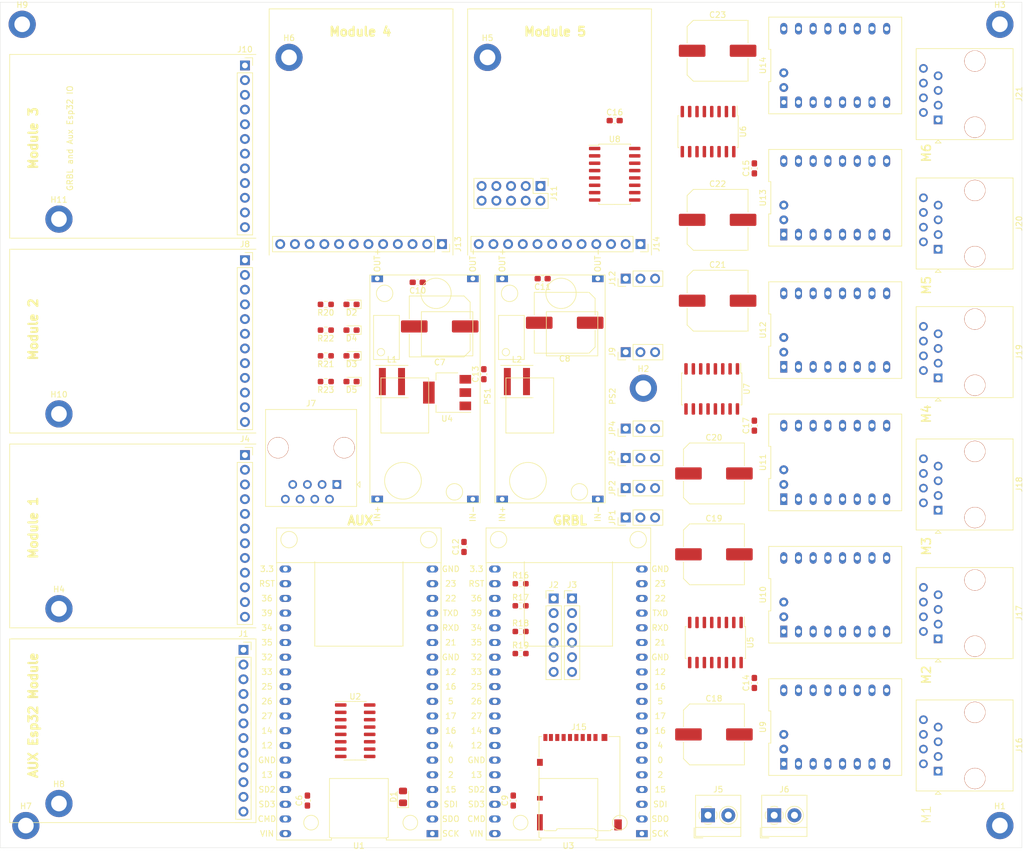
<source format=kicad_pcb>
(kicad_pcb (version 20171130) (host pcbnew "(5.1.8)-1")
  (layers (0 F.Cu signal) (31 B.Cu signal) (34 B.Paste user) (35 F.Paste user) (36 B.SilkS user) (37 F.SilkS user) (38 B.Mask user) (39 F.Mask user) (44 Edge.Cuts user))
  (net 0 "")
  (net 1 Vin)
  (net 2 EN)
  (net 3 +5V)
  (net 4 +15V)
  (net 5 "Net-(C12-Pad1)")
  (net 6 +3V3)
  (net 7 VCC)
  (net 8 "Net-(D2-Pad2)")
  (net 9 "Net-(D3-Pad2)")
  (net 10 "Net-(D4-Pad2)")
  (net 11 "Net-(D5-Pad2)")
  (net 12 "Net-(J1-Pad11)")
  (net 13 "Net-(J1-Pad10)")
  (net 14 "Net-(J1-Pad9)")
  (net 15 "Net-(J1-Pad8)")
  (net 16 "Net-(J1-Pad7)")
  (net 17 "Net-(J1-Pad6)")
  (net 18 "Net-(J1-Pad5)")
  (net 19 "Net-(J1-Pad4)")
  (net 20 Vdrive)
  (net 21 X_Limit)
  (net 22 Y_Limit)
  (net 23 Z_Limit)
  (net 24 A_Limit)
  (net 25 B_Limit)
  (net 26 C_Limit)
  (net 27 C_Diag1)
  (net 28 B_Diag1)
  (net 29 A_Diag1)
  (net 30 Z_Diag1)
  (net 31 Y_Diag1)
  (net 32 X_Diag1)
  (net 33 GPIO14)
  (net 34 GPIO13)
  (net 35 GPIO15)
  (net 36 GPIO12)
  (net 37 "Net-(J5-Pad1)")
  (net 38 "Net-(J6-Pad2)")
  (net 39 "Net-(J6-Pad1)")
  (net 40 "Net-(J7-Pad7)")
  (net 41 "Net-(J7-Pad6)")
  (net 42 "Net-(J7-Pad4)")
  (net 43 "Net-(J7-Pad3)")
  (net 44 GPIO25)
  (net 45 GPIO2)
  (net 46 GPIO26)
  (net 47 GPIO04)
  (net 48 GPIO16)
  (net 49 GPIO27)
  (net 50 TCHIO22)
  (net 51 TCHIO21)
  (net 52 TCHIO17)
  (net 53 TorchTrigger)
  (net 54 "Net-(J11-Pad7)")
  (net 55 I2SO_24)
  (net 56 I2SO_26)
  (net 57 I2SO_25)
  (net 58 I2SO_27)
  (net 59 "Net-(J15-Pad8)")
  (net 60 "Net-(J15-Pad1)")
  (net 61 CS_SD)
  (net 62 MOSI)
  (net 63 SCK)
  (net 64 MISO)
  (net 65 "Net-(J16-Pad8)")
  (net 66 "Net-(J16-Pad6)")
  (net 67 "Net-(J16-Pad4)")
  (net 68 "Net-(J16-Pad2)")
  (net 69 "Net-(J17-Pad8)")
  (net 70 "Net-(J17-Pad6)")
  (net 71 "Net-(J17-Pad4)")
  (net 72 "Net-(J17-Pad2)")
  (net 73 "Net-(J18-Pad2)")
  (net 74 "Net-(J18-Pad4)")
  (net 75 "Net-(J18-Pad6)")
  (net 76 "Net-(J18-Pad8)")
  (net 77 "Net-(J19-Pad2)")
  (net 78 "Net-(J19-Pad4)")
  (net 79 "Net-(J19-Pad6)")
  (net 80 "Net-(J19-Pad8)")
  (net 81 "Net-(J20-Pad8)")
  (net 82 "Net-(J20-Pad6)")
  (net 83 "Net-(J20-Pad4)")
  (net 84 "Net-(J20-Pad2)")
  (net 85 "Net-(J21-Pad2)")
  (net 86 "Net-(J21-Pad4)")
  (net 87 "Net-(J21-Pad6)")
  (net 88 "Net-(J21-Pad8)")
  (net 89 MS1)
  (net 90 MS2)
  (net 91 Step_R)
  (net 92 Step_S)
  (net 93 "Net-(L1-Pad1)")
  (net 94 "Net-(L2-Pad1)")
  (net 95 "Net-(U1-Pad1)")
  (net 96 "Net-(U1-Pad37)")
  (net 97 "Net-(U1-Pad2)")
  (net 98 "Net-(U1-Pad36)")
  (net 99 "Net-(U1-Pad3)")
  (net 100 "Net-(U1-Pad35)")
  (net 101 "Net-(U1-Pad5)")
  (net 102 "Net-(U1-Pad6)")
  (net 103 "Net-(U1-Pad7)")
  (net 104 "Net-(U1-Pad10)")
  (net 105 "Net-(U1-Pad11)")
  (net 106 "Net-(U1-Pad12)")
  (net 107 TCHIO35)
  (net 108 "Net-(U1-Pad24)")
  (net 109 "Net-(U1-Pad23)")
  (net 110 "Net-(U1-Pad22)")
  (net 111 "Net-(U1-Pad21)")
  (net 112 "Net-(U1-Pad18)")
  (net 113 "Net-(U1-Pad20)")
  (net 114 GrbZEn)
  (net 115 Z_Enable)
  (net 116 GrbZDir)
  (net 117 Z_Dir)
  (net 118 Z_Steo)
  (net 119 GrbZStep)
  (net 120 "Net-(U2-Pad12)")
  (net 121 "Net-(U2-Pad13)")
  (net 122 "Net-(U2-Pad14)")
  (net 123 "Net-(U3-Pad20)")
  (net 124 I2S_BCK)
  (net 125 "Net-(U3-Pad16)")
  (net 126 "Net-(U3-Pad15)")
  (net 127 I2S_DATA)
  (net 128 I2S_WS)
  (net 129 "Net-(U3-Pad6)")
  (net 130 "Net-(U3-Pad35)")
  (net 131 "Net-(U3-Pad3)")
  (net 132 "Net-(U3-Pad36)")
  (net 133 "Net-(U3-Pad2)")
  (net 134 "Net-(U3-Pad37)")
  (net 135 "Net-(U3-Pad1)")
  (net 136 X_Enable)
  (net 137 "Net-(U5-Pad9)")
  (net 138 Y_CS)
  (net 139 Y_Step)
  (net 140 Y_Dir)
  (net 141 Y_Enable)
  (net 142 X_CS)
  (net 143 X_Step)
  (net 144 X_Dir)
  (net 145 B_Enable)
  (net 146 "Net-(U6-Pad14)")
  (net 147 "Net-(U6-Pad9)")
  (net 148 C_CS)
  (net 149 C_Step)
  (net 150 C_Dir)
  (net 151 C_Enable)
  (net 152 B_CS)
  (net 153 B_Step)
  (net 154 B_Dir)
  (net 155 Z_CS)
  (net 156 A_Enable)
  (net 157 A_Dir)
  (net 158 A_Step)
  (net 159 A_CS)
  (net 160 "Net-(U8-Pad4)")
  (net 161 "Net-(U8-Pad5)")
  (net 162 "Net-(U8-Pad6)")
  (net 163 "Net-(U8-Pad7)")
  (net 164 "Net-(U8-Pad9)")
  (net 165 "Net-(U9-Pad18)")
  (net 166 "Net-(U10-Pad18)")
  (net 167 "Net-(U13-Pad18)")
  (net 168 "Net-(U14-Pad18)")
  (module MountingHole:MountingHole_2.7mm_M2.5_DIN965_Pad_TopBottom (layer F.Cu) (at 53.975 55.88)
    (fp_text reference H11 (at 0 -3.35) (layer F.SilkS))
    (fp_text value ~)
    (pad 1 connect circle (at 0 0) (size 4.7 4.7) (layers B.Cu B.Mask) (net 2 EN))
    (pad 1 connect circle (at 0 0) (size 4.7 4.7) (layers F.Cu F.Mask) (net 2 EN))
    (pad 1 thru_hole circle (at 0 0) (size 3.1 3.1) (drill 2.7) (layers *.Cu *.Mask) (net 2 EN))
  )
  (module MountingHole:MountingHole_2.7mm_M2.5_DIN965_Pad_TopBottom (layer F.Cu) (at 53.975 89.535)
    (fp_text reference H10 (at 0 -3.35) (layer F.SilkS))
    (fp_text value ~)
    (pad 1 connect circle (at 0 0) (size 4.7 4.7) (layers B.Cu B.Mask) (net 2 EN))
    (pad 1 connect circle (at 0 0) (size 4.7 4.7) (layers F.Cu F.Mask) (net 2 EN))
    (pad 1 thru_hole circle (at 0 0) (size 3.1 3.1) (drill 2.7) (layers *.Cu *.Mask) (net 2 EN))
  )
  (module MountingHole:MountingHole_2.7mm_M2.5_DIN965_Pad_TopBottom (layer F.Cu) (at 47.625 22.225)
    (fp_text reference H9 (at 0 -3.35) (layer F.SilkS))
    (fp_text value ~)
    (pad 1 connect circle (at 0 0) (size 4.7 4.7) (layers B.Cu B.Mask) (net 2 EN))
    (pad 1 connect circle (at 0 0) (size 4.7 4.7) (layers F.Cu F.Mask) (net 2 EN))
    (pad 1 thru_hole circle (at 0 0) (size 3.1 3.1) (drill 2.7) (layers *.Cu *.Mask) (net 2 EN))
  )
  (module MountingHole:MountingHole_2.7mm_M2.5_DIN965_Pad_TopBottom (layer F.Cu) (at 53.975 156.845)
    (fp_text reference H8 (at 0 -3.35) (layer F.SilkS))
    (fp_text value ~)
    (pad 1 connect circle (at 0 0) (size 4.7 4.7) (layers B.Cu B.Mask) (net 2 EN))
    (pad 1 connect circle (at 0 0) (size 4.7 4.7) (layers F.Cu F.Mask) (net 2 EN))
    (pad 1 thru_hole circle (at 0 0) (size 3.1 3.1) (drill 2.7) (layers *.Cu *.Mask) (net 2 EN))
  )
  (module MountingHole:MountingHole_2.7mm_M2.5_DIN965_Pad_TopBottom (layer F.Cu) (at 48.26 160.655)
    (fp_text reference H7 (at 0 -3.35) (layer F.SilkS))
    (fp_text value ~)
    (pad 1 connect circle (at 0 0) (size 4.7 4.7) (layers B.Cu B.Mask) (net 2 EN))
    (pad 1 connect circle (at 0 0) (size 4.7 4.7) (layers F.Cu F.Mask) (net 2 EN))
    (pad 1 thru_hole circle (at 0 0) (size 3.1 3.1) (drill 2.7) (layers *.Cu *.Mask) (net 2 EN))
  )
  (module MountingHole:MountingHole_2.7mm_M2.5_DIN965_Pad_TopBottom (layer F.Cu) (at 93.726 27.94)
    (fp_text reference H6 (at 0 -3.35) (layer F.SilkS))
    (fp_text value ~)
    (pad 1 connect circle (at 0 0) (size 4.7 4.7) (layers B.Cu B.Mask) (net 2 EN))
    (pad 1 connect circle (at 0 0) (size 4.7 4.7) (layers F.Cu F.Mask) (net 2 EN))
    (pad 1 thru_hole circle (at 0 0) (size 3.1 3.1) (drill 2.7) (layers *.Cu *.Mask) (net 2 EN))
  )
  (module MountingHole:MountingHole_2.7mm_M2.5_DIN965_Pad_TopBottom (layer F.Cu) (at 128.016 27.94)
    (fp_text reference H5 (at 0 -3.35) (layer F.SilkS))
    (fp_text value ~)
    (pad 1 connect circle (at 0 0) (size 4.7 4.7) (layers B.Cu B.Mask) (net 2 EN))
    (pad 1 connect circle (at 0 0) (size 4.7 4.7) (layers F.Cu F.Mask) (net 2 EN))
    (pad 1 thru_hole circle (at 0 0) (size 3.1 3.1) (drill 2.7) (layers *.Cu *.Mask) (net 2 EN))
  )
  (module MountingHole:MountingHole_2.7mm_M2.5_DIN965_Pad_TopBottom (layer F.Cu) (at 53.975 123.19)
    (fp_text reference H4 (at 0 -3.35) (layer F.SilkS))
    (fp_text value ~)
    (pad 1 connect circle (at 0 0) (size 4.7 4.7) (layers B.Cu B.Mask) (net 2 EN))
    (pad 1 connect circle (at 0 0) (size 4.7 4.7) (layers F.Cu F.Mask) (net 2 EN))
    (pad 1 thru_hole circle (at 0 0) (size 3.1 3.1) (drill 2.7) (layers *.Cu *.Mask) (net 2 EN))
  )
  (module MountingHole:MountingHole_2.7mm_M2.5_DIN965_Pad_TopBottom (layer F.Cu) (at 216.535 22.225)
    (fp_text reference H3 (at 0 -3.35) (layer F.SilkS))
    (fp_text value ~)
    (pad 1 connect circle (at 0 0) (size 4.7 4.7) (layers B.Cu B.Mask) (net 2 EN))
    (pad 1 connect circle (at 0 0) (size 4.7 4.7) (layers F.Cu F.Mask) (net 2 EN))
    (pad 1 thru_hole circle (at 0 0) (size 3.1 3.1) (drill 2.7) (layers *.Cu *.Mask) (net 2 EN))
  )
  (module MountingHole:MountingHole_2.7mm_M2.5_DIN965_Pad_TopBottom (layer F.Cu) (at 154.94 85.09)
    (fp_text reference H2 (at 0 -3.35) (layer F.SilkS))
    (fp_text value ~)
    (pad 1 connect circle (at 0 0) (size 4.7 4.7) (layers B.Cu B.Mask) (net 2 EN))
    (pad 1 connect circle (at 0 0) (size 4.7 4.7) (layers F.Cu F.Mask) (net 2 EN))
    (pad 1 thru_hole circle (at 0 0) (size 3.1 3.1) (drill 2.7) (layers *.Cu *.Mask) (net 2 EN))
  )
  (module MountingHole:MountingHole_2.7mm_M2.5_DIN965_Pad_TopBottom (layer F.Cu) (at 216.535 160.655)
    (fp_text reference H1 (at 0 -3.35) (layer F.SilkS))
    (fp_text value ~)
    (pad 1 connect circle (at 0 0) (size 4.7 4.7) (layers B.Cu B.Mask) (net 2 EN))
    (pad 1 connect circle (at 0 0) (size 4.7 4.7) (layers F.Cu F.Mask) (net 2 EN))
    (pad 1 thru_hole circle (at 0 0) (size 3.1 3.1) (drill 2.7) (layers *.Cu *.Mask) (net 2 EN))
  )
  (module Capacitor_SMD:C_0603_1608Metric_Pad1.08x0.95mm_HandSolder (layer F.Cu) (at 96.901 156.337 90)
    (fp_text reference C6 (at 0 -1.43 90) (layer F.SilkS))
    (fp_text value 100nf)
    (pad 1 smd roundrect (at -0.8625 0 90) (size 1.075 0.95) (layers F.Cu F.Paste F.Mask) (net 1 Vin))
    (pad 2 smd roundrect (at 0.8625 0 90) (size 1.075 0.95) (layers F.Cu F.Paste F.Mask) (net 2 EN))
  )
  (module Capacitor_SMD:C_Elec_10x10.2 (layer F.Cu) (at 119.761 74.422 180)
    (fp_text reference C7 (at 0 -6.2) (layer F.SilkS))
    (fp_text value 330uf)
    (pad 1 smd roundrect (at -4.4 0 180) (size 4.6 2.1) (layers F.Cu F.Paste F.Mask) (roundrect_rratio 0.119048) (net 3 +5V))
    (pad 2 smd roundrect (at 4.4 0 180) (size 4.6 2.1) (layers F.Cu F.Paste F.Mask) (roundrect_rratio 0.119048) (net 2 EN))
  )
  (module Capacitor_SMD:C_Elec_10x10.2 (layer F.Cu) (at 141.351 73.787 180)
    (fp_text reference C8 (at 0 -6.2) (layer F.SilkS))
    (fp_text value 330uf)
    (pad 2 smd roundrect (at 4.4 0 180) (size 4.6 2.1) (layers F.Cu F.Paste F.Mask) (roundrect_rratio 0.119048) (net 2 EN))
    (pad 1 smd roundrect (at -4.4 0 180) (size 4.6 2.1) (layers F.Cu F.Paste F.Mask) (roundrect_rratio 0.119048) (net 4 +15V))
  )
  (module Capacitor_SMD:C_0603_1608Metric_Pad1.08x0.95mm_HandSolder (layer F.Cu) (at 132.461 156.337 90)
    (fp_text reference C9 (at 0 -1.43 90) (layer F.SilkS))
    (fp_text value 100nf)
    (pad 2 smd roundrect (at 0.8625 0 90) (size 1.075 0.95) (layers F.Cu F.Paste F.Mask) (net 1 Vin))
    (pad 1 smd roundrect (at -0.8625 0 90) (size 1.075 0.95) (layers F.Cu F.Paste F.Mask) (net 2 EN))
  )
  (module Capacitor_SMD:C_0603_1608Metric_Pad1.08x0.95mm_HandSolder (layer F.Cu) (at 115.951 66.802 180)
    (fp_text reference C10 (at 0 -1.43) (layer F.SilkS))
    (fp_text value 100nf)
    (pad 1 smd roundrect (at -0.8625 0 180) (size 1.075 0.95) (layers F.Cu F.Paste F.Mask) (net 3 +5V))
    (pad 2 smd roundrect (at 0.8625 0 180) (size 1.075 0.95) (layers F.Cu F.Paste F.Mask) (net 2 EN))
  )
  (module Capacitor_SMD:C_0603_1608Metric_Pad1.08x0.95mm_HandSolder (layer F.Cu) (at 137.541 66.167 180)
    (fp_text reference C11 (at 0 -1.43) (layer F.SilkS))
    (fp_text value 100nf)
    (pad 2 smd roundrect (at 0.8625 0 180) (size 1.075 0.95) (layers F.Cu F.Paste F.Mask) (net 2 EN))
    (pad 1 smd roundrect (at -0.8625 0 180) (size 1.075 0.95) (layers F.Cu F.Paste F.Mask) (net 4 +15V))
  )
  (module Capacitor_SMD:C_0603_1608Metric_Pad1.08x0.95mm_HandSolder (layer F.Cu) (at 123.952 112.522 90)
    (fp_text reference C12 (at 0 -1.43 90) (layer F.SilkS))
    (fp_text value 10uf)
    (pad 1 smd roundrect (at -0.8625 0 90) (size 1.075 0.95) (layers F.Cu F.Paste F.Mask) (net 5 "Net-(C12-Pad1)"))
    (pad 2 smd roundrect (at 0.8625 0 90) (size 1.075 0.95) (layers F.Cu F.Paste F.Mask) (net 2 EN))
  )
  (module Capacitor_SMD:C_0603_1608Metric_Pad1.08x0.95mm_HandSolder (layer F.Cu) (at 127.381 82.677 90)
    (fp_text reference C13 (at 0 -1.43 90) (layer F.SilkS))
    (fp_text value 10uf)
    (pad 2 smd roundrect (at 0.8625 0 90) (size 1.075 0.95) (layers F.Cu F.Paste F.Mask) (net 6 +3V3))
    (pad 1 smd roundrect (at -0.8625 0 90) (size 1.075 0.95) (layers F.Cu F.Paste F.Mask) (net 2 EN))
  )
  (module Capacitor_SMD:C_0603_1608Metric_Pad1.08x0.95mm_HandSolder (layer F.Cu) (at 174.117 136.017 90)
    (fp_text reference C14 (at 0 -1.43 90) (layer F.SilkS))
    (fp_text value 100nf)
    (pad 2 smd roundrect (at 0.8625 0 90) (size 1.075 0.95) (layers F.Cu F.Paste F.Mask) (net 7 VCC))
    (pad 1 smd roundrect (at -0.8625 0 90) (size 1.075 0.95) (layers F.Cu F.Paste F.Mask) (net 2 EN))
  )
  (module Capacitor_SMD:C_0603_1608Metric_Pad1.08x0.95mm_HandSolder (layer F.Cu) (at 174.117 47.117 90)
    (fp_text reference C15 (at 0 -1.43 90) (layer F.SilkS))
    (fp_text value 100nf)
    (pad 2 smd roundrect (at 0.8625 0 90) (size 1.075 0.95) (layers F.Cu F.Paste F.Mask) (net 7 VCC))
    (pad 1 smd roundrect (at -0.8625 0 90) (size 1.075 0.95) (layers F.Cu F.Paste F.Mask) (net 2 EN))
  )
  (module Capacitor_SMD:C_0603_1608Metric_Pad1.08x0.95mm_HandSolder (layer F.Cu) (at 149.987 38.862)
    (fp_text reference C16 (at 0 -1.43) (layer F.SilkS))
    (fp_text value 100nf)
    (pad 1 smd roundrect (at -0.8625 0) (size 1.075 0.95) (layers F.Cu F.Paste F.Mask) (net 2 EN))
    (pad 2 smd roundrect (at 0.8625 0) (size 1.075 0.95) (layers F.Cu F.Paste F.Mask) (net 7 VCC))
  )
  (module Capacitor_SMD:C_0603_1608Metric_Pad1.08x0.95mm_HandSolder (layer F.Cu) (at 174.117 91.567 90)
    (fp_text reference C17 (at 0 -1.43 90) (layer F.SilkS))
    (fp_text value 100nf)
    (pad 1 smd roundrect (at -0.8625 0 90) (size 1.075 0.95) (layers F.Cu F.Paste F.Mask) (net 2 EN))
    (pad 2 smd roundrect (at 0.8625 0 90) (size 1.075 0.95) (layers F.Cu F.Paste F.Mask) (net 7 VCC))
  )
  (module Capacitor_SMD:C_Elec_10x10.2 (layer F.Cu) (at 167.132 144.907)
    (fp_text reference C18 (at 0 -6.2) (layer F.SilkS))
    (fp_text value 330uf)
    (pad 1 smd roundrect (at -4.4 0) (size 4.6 2.1) (layers F.Cu F.Paste F.Mask) (roundrect_rratio 0.119048) (net 7 VCC))
    (pad 2 smd roundrect (at 4.4 0) (size 4.6 2.1) (layers F.Cu F.Paste F.Mask) (roundrect_rratio 0.119048) (net 2 EN))
  )
  (module Capacitor_SMD:C_Elec_10x10.2 (layer F.Cu) (at 167.132 113.792)
    (fp_text reference C19 (at 0 -6.2) (layer F.SilkS))
    (fp_text value 330uf)
    (pad 2 smd roundrect (at 4.4 0) (size 4.6 2.1) (layers F.Cu F.Paste F.Mask) (roundrect_rratio 0.119048) (net 2 EN))
    (pad 1 smd roundrect (at -4.4 0) (size 4.6 2.1) (layers F.Cu F.Paste F.Mask) (roundrect_rratio 0.119048) (net 7 VCC))
  )
  (module Capacitor_SMD:C_Elec_10x10.2 (layer F.Cu) (at 167.132 99.822)
    (fp_text reference C20 (at 0 -6.2) (layer F.SilkS))
    (fp_text value 330uf)
    (pad 1 smd roundrect (at -4.4 0) (size 4.6 2.1) (layers F.Cu F.Paste F.Mask) (roundrect_rratio 0.119048) (net 7 VCC))
    (pad 2 smd roundrect (at 4.4 0) (size 4.6 2.1) (layers F.Cu F.Paste F.Mask) (roundrect_rratio 0.119048) (net 2 EN))
  )
  (module Capacitor_SMD:C_Elec_10x10.2 (layer F.Cu) (at 167.767 69.977)
    (fp_text reference C21 (at 0 -6.2) (layer F.SilkS))
    (fp_text value 330uf)
    (pad 2 smd roundrect (at 4.4 0) (size 4.6 2.1) (layers F.Cu F.Paste F.Mask) (roundrect_rratio 0.119048) (net 2 EN))
    (pad 1 smd roundrect (at -4.4 0) (size 4.6 2.1) (layers F.Cu F.Paste F.Mask) (roundrect_rratio 0.119048) (net 7 VCC))
  )
  (module Capacitor_SMD:C_Elec_10x10.2 (layer F.Cu) (at 167.767 56.007)
    (fp_text reference C22 (at 0 -6.2) (layer F.SilkS))
    (fp_text value 330uf)
    (pad 1 smd roundrect (at -4.4 0) (size 4.6 2.1) (layers F.Cu F.Paste F.Mask) (roundrect_rratio 0.119048) (net 7 VCC))
    (pad 2 smd roundrect (at 4.4 0) (size 4.6 2.1) (layers F.Cu F.Paste F.Mask) (roundrect_rratio 0.119048) (net 2 EN))
  )
  (module Capacitor_SMD:C_Elec_10x10.2 (layer F.Cu) (at 167.767 26.797)
    (fp_text reference C23 (at 0 -6.2) (layer F.SilkS))
    (fp_text value 330uf)
    (pad 2 smd roundrect (at 4.4 0) (size 4.6 2.1) (layers F.Cu F.Paste F.Mask) (roundrect_rratio 0.119048) (net 2 EN))
    (pad 1 smd roundrect (at -4.4 0) (size 4.6 2.1) (layers F.Cu F.Paste F.Mask) (roundrect_rratio 0.119048) (net 7 VCC))
  )
  (module Diode_SMD:D_0805_2012Metric_Pad1.15x1.40mm_HandSolder (layer F.Cu) (at 113.411 155.702 90)
    (fp_text reference D1 (at 0 -1.65 90) (layer F.SilkS))
    (fp_text value B340A)
    (pad 1 smd roundrect (at -1.025 0 90) (size 1.15 1.4) (layers F.Cu F.Paste F.Mask) (roundrect_rratio 0.217391) (net 1 Vin))
    (pad 2 smd roundrect (at 1.025 0 90) (size 1.15 1.4) (layers F.Cu F.Paste F.Mask) (roundrect_rratio 0.217391) (net 3 +5V))
  )
  (module Diode_SMD:D_0603_1608Metric_Pad1.05x0.95mm_HandSolder (layer F.Cu) (at 104.521 70.612 180)
    (fp_text reference D2 (at 0 -1.43) (layer F.SilkS))
    (fp_text value Vdrive)
    (pad 1 smd roundrect (at -0.875 0 180) (size 1.05 0.95) (layers F.Cu F.Paste F.Mask) (net 2 EN))
    (pad 2 smd roundrect (at 0.875 0 180) (size 1.05 0.95) (layers F.Cu F.Paste F.Mask) (net 8 "Net-(D2-Pad2)"))
  )
  (module Diode_SMD:D_0603_1608Metric_Pad1.05x0.95mm_HandSolder (layer F.Cu) (at 104.521 79.502 180)
    (fp_text reference D3 (at 0 -1.43) (layer F.SilkS))
    (fp_text value 5v)
    (pad 2 smd roundrect (at 0.875 0 180) (size 1.05 0.95) (layers F.Cu F.Paste F.Mask) (net 9 "Net-(D3-Pad2)"))
    (pad 1 smd roundrect (at -0.875 0 180) (size 1.05 0.95) (layers F.Cu F.Paste F.Mask) (net 2 EN))
  )
  (module Diode_SMD:D_0603_1608Metric_Pad1.05x0.95mm_HandSolder (layer F.Cu) (at 104.521 75.057 180)
    (fp_text reference D4 (at 0 -1.43) (layer F.SilkS))
    (fp_text value 15v)
    (pad 1 smd roundrect (at -0.875 0 180) (size 1.05 0.95) (layers F.Cu F.Paste F.Mask) (net 2 EN))
    (pad 2 smd roundrect (at 0.875 0 180) (size 1.05 0.95) (layers F.Cu F.Paste F.Mask) (net 10 "Net-(D4-Pad2)"))
  )
  (module Diode_SMD:D_0603_1608Metric_Pad1.05x0.95mm_HandSolder (layer F.Cu) (at 104.521 83.947 180)
    (fp_text reference D5 (at 0 -1.43) (layer F.SilkS))
    (fp_text value 3.3v)
    (pad 2 smd roundrect (at 0.875 0 180) (size 1.05 0.95) (layers F.Cu F.Paste F.Mask) (net 11 "Net-(D5-Pad2)"))
    (pad 1 smd roundrect (at -0.875 0 180) (size 1.05 0.95) (layers F.Cu F.Paste F.Mask) (net 2 EN))
  )
  (module Connector_PinSocket_2.54mm:PinSocket_1x12_P2.54mm_Vertical (layer F.Cu) (at 85.852 130.302)
    (fp_text reference J1 (at 0 -2.77) (layer F.SilkS))
    (fp_text value "Module 1")
    (pad 12 thru_hole oval (at 0 27.94) (size 1.7 1.7) (drill 1) (layers *.Cu *.Mask) (net 2 EN))
    (pad 11 thru_hole oval (at 0 25.4) (size 1.7 1.7) (drill 1) (layers *.Cu *.Mask) (net 12 "Net-(J1-Pad11)"))
    (pad 10 thru_hole oval (at 0 22.86) (size 1.7 1.7) (drill 1) (layers *.Cu *.Mask) (net 13 "Net-(J1-Pad10)"))
    (pad 9 thru_hole oval (at 0 20.32) (size 1.7 1.7) (drill 1) (layers *.Cu *.Mask) (net 14 "Net-(J1-Pad9)"))
    (pad 8 thru_hole oval (at 0 17.78) (size 1.7 1.7) (drill 1) (layers *.Cu *.Mask) (net 15 "Net-(J1-Pad8)"))
    (pad 7 thru_hole oval (at 0 15.24) (size 1.7 1.7) (drill 1) (layers *.Cu *.Mask) (net 16 "Net-(J1-Pad7)"))
    (pad 6 thru_hole oval (at 0 12.7) (size 1.7 1.7) (drill 1) (layers *.Cu *.Mask) (net 17 "Net-(J1-Pad6)"))
    (pad 5 thru_hole oval (at 0 10.16) (size 1.7 1.7) (drill 1) (layers *.Cu *.Mask) (net 18 "Net-(J1-Pad5)"))
    (pad 4 thru_hole oval (at 0 7.62) (size 1.7 1.7) (drill 1) (layers *.Cu *.Mask) (net 19 "Net-(J1-Pad4)"))
    (pad 3 thru_hole oval (at 0 5.08) (size 1.7 1.7) (drill 1) (layers *.Cu *.Mask) (net 7 VCC))
    (pad 2 thru_hole oval (at 0 2.54) (size 1.7 1.7) (drill 1) (layers *.Cu *.Mask) (net 20 Vdrive))
    (pad 1 thru_hole rect (at 0 0) (size 1.7 1.7) (drill 1) (layers *.Cu *.Mask) (net 2 EN))
  )
  (module Connector_PinHeader_2.54mm:PinHeader_1x06_P2.54mm_Vertical (layer F.Cu) (at 139.446 121.412)
    (fp_text reference J2 (at 0 -2.33) (layer F.SilkS))
    (fp_text value Jumper)
    (pad 6 thru_hole oval (at 0 12.7) (size 1.7 1.7) (drill 1) (layers *.Cu *.Mask) (net 21 X_Limit))
    (pad 5 thru_hole oval (at 0 10.16) (size 1.7 1.7) (drill 1) (layers *.Cu *.Mask) (net 22 Y_Limit))
    (pad 4 thru_hole oval (at 0 7.62) (size 1.7 1.7) (drill 1) (layers *.Cu *.Mask) (net 23 Z_Limit))
    (pad 3 thru_hole oval (at 0 5.08) (size 1.7 1.7) (drill 1) (layers *.Cu *.Mask) (net 24 A_Limit))
    (pad 2 thru_hole oval (at 0 2.54) (size 1.7 1.7) (drill 1) (layers *.Cu *.Mask) (net 25 B_Limit))
    (pad 1 thru_hole rect (at 0 0) (size 1.7 1.7) (drill 1) (layers *.Cu *.Mask) (net 26 C_Limit))
  )
  (module Connector_PinHeader_2.54mm:PinHeader_1x06_P2.54mm_Vertical (layer F.Cu) (at 142.621 121.412)
    (fp_text reference J3 (at 0 -2.33) (layer F.SilkS))
    (fp_text value Motor)
    (pad 1 thru_hole rect (at 0 0) (size 1.7 1.7) (drill 1) (layers *.Cu *.Mask) (net 27 C_Diag1))
    (pad 2 thru_hole oval (at 0 2.54) (size 1.7 1.7) (drill 1) (layers *.Cu *.Mask) (net 28 B_Diag1))
    (pad 3 thru_hole oval (at 0 5.08) (size 1.7 1.7) (drill 1) (layers *.Cu *.Mask) (net 29 A_Diag1))
    (pad 4 thru_hole oval (at 0 7.62) (size 1.7 1.7) (drill 1) (layers *.Cu *.Mask) (net 30 Z_Diag1))
    (pad 5 thru_hole oval (at 0 10.16) (size 1.7 1.7) (drill 1) (layers *.Cu *.Mask) (net 31 Y_Diag1))
    (pad 6 thru_hole oval (at 0 12.7) (size 1.7 1.7) (drill 1) (layers *.Cu *.Mask) (net 32 X_Diag1))
  )
  (module Connector_PinSocket_2.54mm:PinSocket_1x12_P2.54mm_Vertical (layer F.Cu) (at 86.106 96.647)
    (fp_text reference J4 (at 0 -2.77) (layer F.SilkS))
    (fp_text value "Module 1")
    (pad 1 thru_hole rect (at 0 0) (size 1.7 1.7) (drill 1) (layers *.Cu *.Mask) (net 2 EN))
    (pad 2 thru_hole oval (at 0 2.54) (size 1.7 1.7) (drill 1) (layers *.Cu *.Mask) (net 20 Vdrive))
    (pad 3 thru_hole oval (at 0 5.08) (size 1.7 1.7) (drill 1) (layers *.Cu *.Mask) (net 7 VCC))
    (pad 4 thru_hole oval (at 0 7.62) (size 1.7 1.7) (drill 1) (layers *.Cu *.Mask) (net 21 X_Limit))
    (pad 5 thru_hole oval (at 0 10.16) (size 1.7 1.7) (drill 1) (layers *.Cu *.Mask) (net 22 Y_Limit))
    (pad 6 thru_hole oval (at 0 12.7) (size 1.7 1.7) (drill 1) (layers *.Cu *.Mask) (net 23 Z_Limit))
    (pad 7 thru_hole oval (at 0 15.24) (size 1.7 1.7) (drill 1) (layers *.Cu *.Mask) (net 24 A_Limit))
    (pad 8 thru_hole oval (at 0 17.78) (size 1.7 1.7) (drill 1) (layers *.Cu *.Mask) (net 33 GPIO14))
    (pad 9 thru_hole oval (at 0 20.32) (size 1.7 1.7) (drill 1) (layers *.Cu *.Mask) (net 34 GPIO13))
    (pad 10 thru_hole oval (at 0 22.86) (size 1.7 1.7) (drill 1) (layers *.Cu *.Mask) (net 35 GPIO15))
    (pad 11 thru_hole oval (at 0 25.4) (size 1.7 1.7) (drill 1) (layers *.Cu *.Mask) (net 36 GPIO12))
    (pad 12 thru_hole oval (at 0 27.94) (size 1.7 1.7) (drill 1) (layers *.Cu *.Mask) (net 2 EN))
  )
  (module TerminalBlock_4Ucon:TerminalBlock_4Ucon_1x02_P3.50mm_Horizontal (layer F.Cu) (at 166.116 158.877)
    (fp_text reference J5 (at 1.75 -4.46) (layer F.SilkS))
    (fp_text value "Ext Mot Drv")
    (pad 1 thru_hole rect (at 0 0) (size 2.4 2.4) (drill 1.2) (layers *.Cu *.Mask) (net 37 "Net-(J5-Pad1)"))
    (pad 2 thru_hole circle (at 3.5 0) (size 2.4 2.4) (drill 1.2) (layers *.Cu *.Mask) (net 2 EN))
  )
  (module TerminalBlock_4Ucon:TerminalBlock_4Ucon_1x02_P3.50mm_Horizontal (layer F.Cu) (at 177.546 158.877)
    (fp_text reference J6 (at 1.75 -4.46) (layer F.SilkS))
    (fp_text value 01x02)
    (pad 2 thru_hole circle (at 3.5 0) (size 2.4 2.4) (drill 1.2) (layers *.Cu *.Mask) (net 38 "Net-(J6-Pad2)"))
    (pad 1 thru_hole rect (at 0 0) (size 2.4 2.4) (drill 1.2) (layers *.Cu *.Mask) (net 39 "Net-(J6-Pad1)"))
  )
  (module Connector_RJ:RJ45_OST_PJ012-8P8CX_Vertical (layer F.Cu) (at 101.981 101.727 180)
    (fp_text reference J7 (at 4.45 14) (layer F.SilkS))
    (fp_text value THC_Display)
    (pad 8 thru_hole circle (at 8.89 -2.54 180) (size 1.5 1.5) (drill 0.9) (layers *.Cu *.Mask) (net 2 EN))
    (pad 7 thru_hole circle (at 7.62 0 180) (size 1.5 1.5) (drill 0.9) (layers *.Cu *.Mask) (net 40 "Net-(J7-Pad7)"))
    (pad 6 thru_hole circle (at 6.35 -2.54 180) (size 1.5 1.5) (drill 0.9) (layers *.Cu *.Mask) (net 41 "Net-(J7-Pad6)"))
    (pad 5 thru_hole circle (at 5.08 0 180) (size 1.5 1.5) (drill 0.9) (layers *.Cu *.Mask) (net 6 +3V3))
    (pad 4 thru_hole circle (at 3.81 -2.54 180) (size 1.5 1.5) (drill 0.9) (layers *.Cu *.Mask) (net 42 "Net-(J7-Pad4)"))
    (pad 3 thru_hole circle (at 2.54 0 180) (size 1.5 1.5) (drill 0.9) (layers *.Cu *.Mask) (net 43 "Net-(J7-Pad3)"))
    (pad 2 thru_hole circle (at 1.27 -2.54 180) (size 1.5 1.5) (drill 0.9) (layers *.Cu *.Mask) (net 2 EN))
    (pad 1 thru_hole rect (at 0 0 180) (size 1.5 1.5) (drill 0.9) (layers *.Cu *.Mask) (net 6 +3V3))
    (pad "" np_thru_hole circle (at -1.27 6.35 180) (size 3.65 3.65) (drill 3.45) (layers *.Cu *.SilkS *.Mask))
    (pad "" np_thru_hole circle (at 10.16 6.35 180) (size 3.65 3.65) (drill 3.45) (layers *.Cu *.SilkS *.Mask))
  )
  (module Connector_PinSocket_2.54mm:PinSocket_1x12_P2.54mm_Vertical (layer F.Cu) (at 86.106 62.992)
    (fp_text reference J8 (at 0 -2.77) (layer F.SilkS))
    (fp_text value "Module 2")
    (pad 12 thru_hole oval (at 0 27.94) (size 1.7 1.7) (drill 1) (layers *.Cu *.Mask) (net 2 EN))
    (pad 11 thru_hole oval (at 0 25.4) (size 1.7 1.7) (drill 1) (layers *.Cu *.Mask) (net 36 GPIO12))
    (pad 10 thru_hole oval (at 0 22.86) (size 1.7 1.7) (drill 1) (layers *.Cu *.Mask) (net 35 GPIO15))
    (pad 9 thru_hole oval (at 0 20.32) (size 1.7 1.7) (drill 1) (layers *.Cu *.Mask) (net 34 GPIO13))
    (pad 8 thru_hole oval (at 0 17.78) (size 1.7 1.7) (drill 1) (layers *.Cu *.Mask) (net 33 GPIO14))
    (pad 7 thru_hole oval (at 0 15.24) (size 1.7 1.7) (drill 1) (layers *.Cu *.Mask) (net 26 C_Limit))
    (pad 6 thru_hole oval (at 0 12.7) (size 1.7 1.7) (drill 1) (layers *.Cu *.Mask) (net 25 B_Limit))
    (pad 5 thru_hole oval (at 0 10.16) (size 1.7 1.7) (drill 1) (layers *.Cu *.Mask) (net 44 GPIO25))
    (pad 4 thru_hole oval (at 0 7.62) (size 1.7 1.7) (drill 1) (layers *.Cu *.Mask) (net 45 GPIO2))
    (pad 3 thru_hole oval (at 0 5.08) (size 1.7 1.7) (drill 1) (layers *.Cu *.Mask) (net 7 VCC))
    (pad 2 thru_hole oval (at 0 2.54) (size 1.7 1.7) (drill 1) (layers *.Cu *.Mask) (net 20 Vdrive))
    (pad 1 thru_hole rect (at 0 0) (size 1.7 1.7) (drill 1) (layers *.Cu *.Mask) (net 2 EN))
  )
  (module Connector_PinHeader_2.54mm:PinHeader_1x03_P2.54mm_Vertical (layer F.Cu) (at 151.892 78.867 90)
    (fp_text reference J9 (at 0 -2.33 90) (layer F.SilkS))
    (fp_text value VMot)
    (pad 3 thru_hole oval (at 0 5.08 90) (size 1.7 1.7) (drill 1) (layers *.Cu *.Mask) (net 37 "Net-(J5-Pad1)"))
    (pad 2 thru_hole oval (at 0 2.54 90) (size 1.7 1.7) (drill 1) (layers *.Cu *.Mask) (net 20 Vdrive))
    (pad 1 thru_hole rect (at 0 0 90) (size 1.7 1.7) (drill 1) (layers *.Cu *.Mask) (net 4 +15V))
  )
  (module Connector_PinSocket_2.54mm:PinSocket_1x12_P2.54mm_Vertical (layer F.Cu) (at 86.106 29.337)
    (fp_text reference J10 (at 0 -2.77) (layer F.SilkS))
    (fp_text value "Module 3")
    (pad 1 thru_hole rect (at 0 0) (size 1.7 1.7) (drill 1) (layers *.Cu *.Mask) (net 2 EN))
    (pad 2 thru_hole oval (at 0 2.54) (size 1.7 1.7) (drill 1) (layers *.Cu *.Mask) (net 20 Vdrive))
    (pad 3 thru_hole oval (at 0 5.08) (size 1.7 1.7) (drill 1) (layers *.Cu *.Mask) (net 7 VCC))
    (pad 4 thru_hole oval (at 0 7.62) (size 1.7 1.7) (drill 1) (layers *.Cu *.Mask) (net 46 GPIO26))
    (pad 5 thru_hole oval (at 0 10.16) (size 1.7 1.7) (drill 1) (layers *.Cu *.Mask) (net 47 GPIO04))
    (pad 6 thru_hole oval (at 0 12.7) (size 1.7 1.7) (drill 1) (layers *.Cu *.Mask) (net 48 GPIO16))
    (pad 7 thru_hole oval (at 0 15.24) (size 1.7 1.7) (drill 1) (layers *.Cu *.Mask) (net 49 GPIO27))
    (pad 8 thru_hole oval (at 0 17.78) (size 1.7 1.7) (drill 1) (layers *.Cu *.Mask) (net 50 TCHIO22))
    (pad 9 thru_hole oval (at 0 20.32) (size 1.7 1.7) (drill 1) (layers *.Cu *.Mask) (net 51 TCHIO21))
    (pad 10 thru_hole oval (at 0 22.86) (size 1.7 1.7) (drill 1) (layers *.Cu *.Mask) (net 52 TCHIO17))
    (pad 11 thru_hole oval (at 0 25.4) (size 1.7 1.7) (drill 1) (layers *.Cu *.Mask) (net 53 TorchTrigger))
    (pad 12 thru_hole oval (at 0 27.94) (size 1.7 1.7) (drill 1) (layers *.Cu *.Mask) (net 2 EN))
  )
  (module Connector_PinHeader_2.54mm:PinHeader_1x03_P2.54mm_Vertical (layer F.Cu) (at 151.892 66.167 90)
    (fp_text reference J12 (at 0 -2.33 90) (layer F.SilkS))
    (fp_text value "Shift Regs and Motor Drvs")
    (pad 1 thru_hole rect (at 0 0 90) (size 1.7 1.7) (drill 1) (layers *.Cu *.Mask) (net 6 +3V3))
    (pad 2 thru_hole oval (at 0 2.54 90) (size 1.7 1.7) (drill 1) (layers *.Cu *.Mask) (net 7 VCC))
    (pad 3 thru_hole oval (at 0 5.08 90) (size 1.7 1.7) (drill 1) (layers *.Cu *.Mask) (net 3 +5V))
  )
  (module Connector_PinSocket_2.54mm:PinSocket_1x12_P2.54mm_Vertical (layer F.Cu) (at 120.142 60.198 270)
    (fp_text reference J13 (at 0 -2.77 90) (layer F.SilkS))
    (fp_text value "Module 4")
    (pad 12 thru_hole oval (at 0 27.94 270) (size 1.7 1.7) (drill 1) (layers *.Cu *.Mask) (net 2 EN))
    (pad 11 thru_hole oval (at 0 25.4 270) (size 1.7 1.7) (drill 1) (layers *.Cu *.Mask) (net 36 GPIO12))
    (pad 10 thru_hole oval (at 0 22.86 270) (size 1.7 1.7) (drill 1) (layers *.Cu *.Mask) (net 35 GPIO15))
    (pad 9 thru_hole oval (at 0 20.32 270) (size 1.7 1.7) (drill 1) (layers *.Cu *.Mask) (net 34 GPIO13))
    (pad 8 thru_hole oval (at 0 17.78 270) (size 1.7 1.7) (drill 1) (layers *.Cu *.Mask) (net 33 GPIO14))
    (pad 7 thru_hole oval (at 0 15.24 270) (size 1.7 1.7) (drill 1) (layers *.Cu *.Mask) (net 36 GPIO12))
    (pad 6 thru_hole oval (at 0 12.7 270) (size 1.7 1.7) (drill 1) (layers *.Cu *.Mask) (net 35 GPIO15))
    (pad 5 thru_hole oval (at 0 10.16 270) (size 1.7 1.7) (drill 1) (layers *.Cu *.Mask) (net 34 GPIO13))
    (pad 4 thru_hole oval (at 0 7.62 270) (size 1.7 1.7) (drill 1) (layers *.Cu *.Mask) (net 33 GPIO14))
    (pad 3 thru_hole oval (at 0 5.08 270) (size 1.7 1.7) (drill 1) (layers *.Cu *.Mask) (net 7 VCC))
    (pad 2 thru_hole oval (at 0 2.54 270) (size 1.7 1.7) (drill 1) (layers *.Cu *.Mask) (net 20 Vdrive))
    (pad 1 thru_hole rect (at 0 0 270) (size 1.7 1.7) (drill 1) (layers *.Cu *.Mask) (net 2 EN))
  )
  (module Connector_PinSocket_2.54mm:PinSocket_1x12_P2.54mm_Vertical (layer F.Cu) (at 154.432 60.198 270)
    (fp_text reference J14 (at 0 -2.77 90) (layer F.SilkS))
    (fp_text value "Module 5")
    (pad 1 thru_hole rect (at 0 0 270) (size 1.7 1.7) (drill 1) (layers *.Cu *.Mask) (net 2 EN))
    (pad 2 thru_hole oval (at 0 2.54 270) (size 1.7 1.7) (drill 1) (layers *.Cu *.Mask) (net 20 Vdrive))
    (pad 3 thru_hole oval (at 0 5.08 270) (size 1.7 1.7) (drill 1) (layers *.Cu *.Mask) (net 7 VCC))
    (pad 4 thru_hole oval (at 0 7.62 270) (size 1.7 1.7) (drill 1) (layers *.Cu *.Mask) (net 55 I2SO_24))
    (pad 5 thru_hole oval (at 0 10.16 270) (size 1.7 1.7) (drill 1) (layers *.Cu *.Mask) (net 56 I2SO_26))
    (pad 6 thru_hole oval (at 0 12.7 270) (size 1.7 1.7) (drill 1) (layers *.Cu *.Mask) (net 57 I2SO_25))
    (pad 7 thru_hole oval (at 0 15.24 270) (size 1.7 1.7) (drill 1) (layers *.Cu *.Mask) (net 58 I2SO_27))
    (pad 8 thru_hole oval (at 0 17.78 270) (size 1.7 1.7) (drill 1) (layers *.Cu *.Mask) (net 33 GPIO14))
    (pad 9 thru_hole oval (at 0 20.32 270) (size 1.7 1.7) (drill 1) (layers *.Cu *.Mask) (net 34 GPIO13))
    (pad 10 thru_hole oval (at 0 22.86 270) (size 1.7 1.7) (drill 1) (layers *.Cu *.Mask) (net 35 GPIO15))
    (pad 11 thru_hole oval (at 0 25.4 270) (size 1.7 1.7) (drill 1) (layers *.Cu *.Mask) (net 36 GPIO12))
    (pad 12 thru_hole oval (at 0 27.94 270) (size 1.7 1.7) (drill 1) (layers *.Cu *.Mask) (net 2 EN))
  )
  (module Connector_Card:microSD_HC_Hirose_DM3AT-SF-PEJM5 (layer F.Cu) (at 143.891 153.162)
    (fp_text reference J15 (at -0.075 -9.525) (layer F.SilkS))
    (fp_text value Micro_SD_Card)
    (pad 9 smd rect (at -5.875 -7.725) (size 0.7 1.2) (layers F.Cu F.Paste F.Mask) (net 2 EN))
    (pad 8 smd rect (at -4.925 -7.725) (size 0.7 1.2) (layers F.Cu F.Paste F.Mask) (net 59 "Net-(J15-Pad8)"))
    (pad 1 smd rect (at 2.775 -7.725) (size 0.7 1.2) (layers F.Cu F.Paste F.Mask) (net 60 "Net-(J15-Pad1)"))
    (pad 2 smd rect (at 1.675 -7.725) (size 0.7 1.2) (layers F.Cu F.Paste F.Mask) (net 61 CS_SD))
    (pad 3 smd rect (at 0.575 -7.725) (size 0.7 1.2) (layers F.Cu F.Paste F.Mask) (net 62 MOSI))
    (pad 4 smd rect (at -0.525 -7.725) (size 0.7 1.2) (layers F.Cu F.Paste F.Mask) (net 6 +3V3))
    (pad 5 smd rect (at -1.625 -7.725) (size 0.7 1.2) (layers F.Cu F.Paste F.Mask) (net 63 SCK))
    (pad 6 smd rect (at -2.725 -7.725) (size 0.7 1.2) (layers F.Cu F.Paste F.Mask) (net 2 EN))
    (pad 7 smd rect (at -3.825 -7.725) (size 0.7 1.2) (layers F.Cu F.Paste F.Mask) (net 64 MISO))
    (pad 11 smd rect (at 4.325 -7.725) (size 1 1.2) (layers F.Cu F.Paste F.Mask))
    (pad 11 smd rect (at -6.825 -3.425) (size 1 1.2) (layers F.Cu F.Paste F.Mask))
    (pad 10 smd rect (at -6.825 2.775) (size 1 0.8) (layers F.Cu F.Paste F.Mask))
    (pad 11 smd rect (at -6.825 6.925) (size 1 2.8) (layers F.Cu F.Paste F.Mask))
    (pad 11 smd rect (at 6.675 7.375) (size 1.3 1.9) (layers F.Cu F.Paste F.Mask))
  )
  (module Connector_RJ:RJ45_OST_PJ012-8P8CX_Vertical (layer F.Cu) (at 205.867 151.257 90)
    (fp_text reference J16 (at 4.45 14 90) (layer F.SilkS))
    (fp_text value RJ45)
    (pad 8 thru_hole circle (at 8.89 -2.54 90) (size 1.5 1.5) (drill 0.9) (layers *.Cu *.Mask) (net 65 "Net-(J16-Pad8)"))
    (pad 7 thru_hole circle (at 7.62 0 90) (size 1.5 1.5) (drill 0.9) (layers *.Cu *.Mask) (net 20 Vdrive))
    (pad 6 thru_hole circle (at 6.35 -2.54 90) (size 1.5 1.5) (drill 0.9) (layers *.Cu *.Mask) (net 66 "Net-(J16-Pad6)"))
    (pad 5 thru_hole circle (at 5.08 0 90) (size 1.5 1.5) (drill 0.9) (layers *.Cu *.Mask) (net 20 Vdrive))
    (pad 4 thru_hole circle (at 3.81 -2.54 90) (size 1.5 1.5) (drill 0.9) (layers *.Cu *.Mask) (net 67 "Net-(J16-Pad4)"))
    (pad 3 thru_hole circle (at 2.54 0 90) (size 1.5 1.5) (drill 0.9) (layers *.Cu *.Mask) (net 20 Vdrive))
    (pad 2 thru_hole circle (at 1.27 -2.54 90) (size 1.5 1.5) (drill 0.9) (layers *.Cu *.Mask) (net 68 "Net-(J16-Pad2)"))
    (pad 1 thru_hole rect (at 0 0 90) (size 1.5 1.5) (drill 0.9) (layers *.Cu *.Mask) (net 20 Vdrive))
    (pad "" np_thru_hole circle (at -1.27 6.35 90) (size 3.65 3.65) (drill 3.45) (layers *.Cu *.SilkS *.Mask))
    (pad "" np_thru_hole circle (at 10.16 6.35 90) (size 3.65 3.65) (drill 3.45) (layers *.Cu *.SilkS *.Mask))
  )
  (module Connector_RJ:RJ45_OST_PJ012-8P8CX_Vertical (layer F.Cu) (at 205.867 128.397 90)
    (fp_text reference J17 (at 4.45 14 90) (layer F.SilkS))
    (fp_text value RJ45)
    (pad 8 thru_hole circle (at 8.89 -2.54 90) (size 1.5 1.5) (drill 0.9) (layers *.Cu *.Mask) (net 69 "Net-(J17-Pad8)"))
    (pad 7 thru_hole circle (at 7.62 0 90) (size 1.5 1.5) (drill 0.9) (layers *.Cu *.Mask) (net 20 Vdrive))
    (pad 6 thru_hole circle (at 6.35 -2.54 90) (size 1.5 1.5) (drill 0.9) (layers *.Cu *.Mask) (net 70 "Net-(J17-Pad6)"))
    (pad 5 thru_hole circle (at 5.08 0 90) (size 1.5 1.5) (drill 0.9) (layers *.Cu *.Mask) (net 20 Vdrive))
    (pad 4 thru_hole circle (at 3.81 -2.54 90) (size 1.5 1.5) (drill 0.9) (layers *.Cu *.Mask) (net 71 "Net-(J17-Pad4)"))
    (pad 3 thru_hole circle (at 2.54 0 90) (size 1.5 1.5) (drill 0.9) (layers *.Cu *.Mask) (net 20 Vdrive))
    (pad 2 thru_hole circle (at 1.27 -2.54 90) (size 1.5 1.5) (drill 0.9) (layers *.Cu *.Mask) (net 72 "Net-(J17-Pad2)"))
    (pad 1 thru_hole rect (at 0 0 90) (size 1.5 1.5) (drill 0.9) (layers *.Cu *.Mask) (net 20 Vdrive))
    (pad "" np_thru_hole circle (at -1.27 6.35 90) (size 3.65 3.65) (drill 3.45) (layers *.Cu *.SilkS *.Mask))
    (pad "" np_thru_hole circle (at 10.16 6.35 90) (size 3.65 3.65) (drill 3.45) (layers *.Cu *.SilkS *.Mask))
  )
  (module Connector_RJ:RJ45_OST_PJ012-8P8CX_Vertical (layer F.Cu) (at 205.867 106.172 90)
    (fp_text reference J18 (at 4.45 14 90) (layer F.SilkS))
    (fp_text value RJ45)
    (pad "" np_thru_hole circle (at 10.16 6.35 90) (size 3.65 3.65) (drill 3.45) (layers *.Cu *.SilkS *.Mask))
    (pad "" np_thru_hole circle (at -1.27 6.35 90) (size 3.65 3.65) (drill 3.45) (layers *.Cu *.SilkS *.Mask))
    (pad 1 thru_hole rect (at 0 0 90) (size 1.5 1.5) (drill 0.9) (layers *.Cu *.Mask) (net 20 Vdrive))
    (pad 2 thru_hole circle (at 1.27 -2.54 90) (size 1.5 1.5) (drill 0.9) (layers *.Cu *.Mask) (net 73 "Net-(J18-Pad2)"))
    (pad 3 thru_hole circle (at 2.54 0 90) (size 1.5 1.5) (drill 0.9) (layers *.Cu *.Mask) (net 20 Vdrive))
    (pad 4 thru_hole circle (at 3.81 -2.54 90) (size 1.5 1.5) (drill 0.9) (layers *.Cu *.Mask) (net 74 "Net-(J18-Pad4)"))
    (pad 5 thru_hole circle (at 5.08 0 90) (size 1.5 1.5) (drill 0.9) (layers *.Cu *.Mask) (net 20 Vdrive))
    (pad 6 thru_hole circle (at 6.35 -2.54 90) (size 1.5 1.5) (drill 0.9) (layers *.Cu *.Mask) (net 75 "Net-(J18-Pad6)"))
    (pad 7 thru_hole circle (at 7.62 0 90) (size 1.5 1.5) (drill 0.9) (layers *.Cu *.Mask) (net 20 Vdrive))
    (pad 8 thru_hole circle (at 8.89 -2.54 90) (size 1.5 1.5) (drill 0.9) (layers *.Cu *.Mask) (net 76 "Net-(J18-Pad8)"))
  )
  (module Connector_RJ:RJ45_OST_PJ012-8P8CX_Vertical (layer F.Cu) (at 205.867 83.312 90)
    (fp_text reference J19 (at 4.45 14 90) (layer F.SilkS))
    (fp_text value RJ45)
    (pad "" np_thru_hole circle (at 10.16 6.35 90) (size 3.65 3.65) (drill 3.45) (layers *.Cu *.SilkS *.Mask))
    (pad "" np_thru_hole circle (at -1.27 6.35 90) (size 3.65 3.65) (drill 3.45) (layers *.Cu *.SilkS *.Mask))
    (pad 1 thru_hole rect (at 0 0 90) (size 1.5 1.5) (drill 0.9) (layers *.Cu *.Mask) (net 20 Vdrive))
    (pad 2 thru_hole circle (at 1.27 -2.54 90) (size 1.5 1.5) (drill 0.9) (layers *.Cu *.Mask) (net 77 "Net-(J19-Pad2)"))
    (pad 3 thru_hole circle (at 2.54 0 90) (size 1.5 1.5) (drill 0.9) (layers *.Cu *.Mask) (net 20 Vdrive))
    (pad 4 thru_hole circle (at 3.81 -2.54 90) (size 1.5 1.5) (drill 0.9) (layers *.Cu *.Mask) (net 78 "Net-(J19-Pad4)"))
    (pad 5 thru_hole circle (at 5.08 0 90) (size 1.5 1.5) (drill 0.9) (layers *.Cu *.Mask) (net 20 Vdrive))
    (pad 6 thru_hole circle (at 6.35 -2.54 90) (size 1.5 1.5) (drill 0.9) (layers *.Cu *.Mask) (net 79 "Net-(J19-Pad6)"))
    (pad 7 thru_hole circle (at 7.62 0 90) (size 1.5 1.5) (drill 0.9) (layers *.Cu *.Mask) (net 20 Vdrive))
    (pad 8 thru_hole circle (at 8.89 -2.54 90) (size 1.5 1.5) (drill 0.9) (layers *.Cu *.Mask) (net 80 "Net-(J19-Pad8)"))
  )
  (module Connector_RJ:RJ45_OST_PJ012-8P8CX_Vertical (layer F.Cu) (at 205.867 61.087 90)
    (fp_text reference J20 (at 4.45 14 90) (layer F.SilkS))
    (fp_text value RJ45)
    (pad 8 thru_hole circle (at 8.89 -2.54 90) (size 1.5 1.5) (drill 0.9) (layers *.Cu *.Mask) (net 81 "Net-(J20-Pad8)"))
    (pad 7 thru_hole circle (at 7.62 0 90) (size 1.5 1.5) (drill 0.9) (layers *.Cu *.Mask) (net 20 Vdrive))
    (pad 6 thru_hole circle (at 6.35 -2.54 90) (size 1.5 1.5) (drill 0.9) (layers *.Cu *.Mask) (net 82 "Net-(J20-Pad6)"))
    (pad 5 thru_hole circle (at 5.08 0 90) (size 1.5 1.5) (drill 0.9) (layers *.Cu *.Mask) (net 20 Vdrive))
    (pad 4 thru_hole circle (at 3.81 -2.54 90) (size 1.5 1.5) (drill 0.9) (layers *.Cu *.Mask) (net 83 "Net-(J20-Pad4)"))
    (pad 3 thru_hole circle (at 2.54 0 90) (size 1.5 1.5) (drill 0.9) (layers *.Cu *.Mask) (net 20 Vdrive))
    (pad 2 thru_hole circle (at 1.27 -2.54 90) (size 1.5 1.5) (drill 0.9) (layers *.Cu *.Mask) (net 84 "Net-(J20-Pad2)"))
    (pad 1 thru_hole rect (at 0 0 90) (size 1.5 1.5) (drill 0.9) (layers *.Cu *.Mask) (net 20 Vdrive))
    (pad "" np_thru_hole circle (at -1.27 6.35 90) (size 3.65 3.65) (drill 3.45) (layers *.Cu *.SilkS *.Mask))
    (pad "" np_thru_hole circle (at 10.16 6.35 90) (size 3.65 3.65) (drill 3.45) (layers *.Cu *.SilkS *.Mask))
  )
  (module Connector_RJ:RJ45_OST_PJ012-8P8CX_Vertical (layer F.Cu) (at 205.867 38.735 90)
    (fp_text reference J21 (at 4.45 14 90) (layer F.SilkS))
    (fp_text value RJ45)
    (pad "" np_thru_hole circle (at 10.16 6.35 90) (size 3.65 3.65) (drill 3.45) (layers *.Cu *.SilkS *.Mask))
    (pad "" np_thru_hole circle (at -1.27 6.35 90) (size 3.65 3.65) (drill 3.45) (layers *.Cu *.SilkS *.Mask))
    (pad 1 thru_hole rect (at 0 0 90) (size 1.5 1.5) (drill 0.9) (layers *.Cu *.Mask) (net 20 Vdrive))
    (pad 2 thru_hole circle (at 1.27 -2.54 90) (size 1.5 1.5) (drill 0.9) (layers *.Cu *.Mask) (net 85 "Net-(J21-Pad2)"))
    (pad 3 thru_hole circle (at 2.54 0 90) (size 1.5 1.5) (drill 0.9) (layers *.Cu *.Mask) (net 20 Vdrive))
    (pad 4 thru_hole circle (at 3.81 -2.54 90) (size 1.5 1.5) (drill 0.9) (layers *.Cu *.Mask) (net 86 "Net-(J21-Pad4)"))
    (pad 5 thru_hole circle (at 5.08 0 90) (size 1.5 1.5) (drill 0.9) (layers *.Cu *.Mask) (net 20 Vdrive))
    (pad 6 thru_hole circle (at 6.35 -2.54 90) (size 1.5 1.5) (drill 0.9) (layers *.Cu *.Mask) (net 87 "Net-(J21-Pad6)"))
    (pad 7 thru_hole circle (at 7.62 0 90) (size 1.5 1.5) (drill 0.9) (layers *.Cu *.Mask) (net 20 Vdrive))
    (pad 8 thru_hole circle (at 8.89 -2.54 90) (size 1.5 1.5) (drill 0.9) (layers *.Cu *.Mask) (net 88 "Net-(J21-Pad8)"))
  )
  (module Connector_PinHeader_2.54mm:PinHeader_1x03_P2.54mm_Vertical (layer F.Cu) (at 151.892 107.442 90)
    (fp_text reference JP1 (at 0 -2.33 90) (layer F.SilkS))
    (fp_text value MS1)
    (pad 3 thru_hole oval (at 0 5.08 90) (size 1.7 1.7) (drill 1) (layers *.Cu *.Mask) (net 7 VCC))
    (pad 2 thru_hole oval (at 0 2.54 90) (size 1.7 1.7) (drill 1) (layers *.Cu *.Mask) (net 89 MS1))
    (pad 1 thru_hole rect (at 0 0 90) (size 1.7 1.7) (drill 1) (layers *.Cu *.Mask) (net 62 MOSI))
  )
  (module Connector_PinHeader_2.54mm:PinHeader_1x03_P2.54mm_Vertical (layer F.Cu) (at 151.892 102.362 90)
    (fp_text reference JP2 (at 0 -2.33 90) (layer F.SilkS))
    (fp_text value MS2)
    (pad 1 thru_hole rect (at 0 0 90) (size 1.7 1.7) (drill 1) (layers *.Cu *.Mask) (net 63 SCK))
    (pad 2 thru_hole oval (at 0 2.54 90) (size 1.7 1.7) (drill 1) (layers *.Cu *.Mask) (net 90 MS2))
    (pad 3 thru_hole oval (at 0 5.08 90) (size 1.7 1.7) (drill 1) (layers *.Cu *.Mask) (net 7 VCC))
  )
  (module Connector_PinHeader_2.54mm:PinHeader_1x03_P2.54mm_Vertical (layer F.Cu) (at 151.892 97.155 90)
    (fp_text reference JP3 (at 0 -2.33 90) (layer F.SilkS))
    (fp_text value MS1)
    (pad 3 thru_hole oval (at 0 5.08 90) (size 1.7 1.7) (drill 1) (layers *.Cu *.Mask) (net 7 VCC))
    (pad 2 thru_hole oval (at 0 2.54 90) (size 1.7 1.7) (drill 1) (layers *.Cu *.Mask) (net 91 Step_R))
    (pad 1 thru_hole rect (at 0 0 90) (size 1.7 1.7) (drill 1) (layers *.Cu *.Mask) (net 64 MISO))
  )
  (module Connector_PinHeader_2.54mm:PinHeader_1x03_P2.54mm_Vertical (layer F.Cu) (at 151.892 92.075 90)
    (fp_text reference JP4 (at 0 -2.33 90) (layer F.SilkS))
    (fp_text value MS1)
    (pad 1 thru_hole rect (at 0 0 90) (size 1.7 1.7) (drill 1) (layers *.Cu *.Mask) (net 2 EN))
    (pad 2 thru_hole oval (at 0 2.54 90) (size 1.7 1.7) (drill 1) (layers *.Cu *.Mask) (net 92 Step_S))
    (pad 3 thru_hole oval (at 0 5.08 90) (size 1.7 1.7) (drill 1) (layers *.Cu *.Mask) (net 7 VCC))
  )
  (module Inductor_SMD:L_Coilcraft_XAL5030 (layer F.Cu) (at 111.506 83.947)
    (fp_text reference L1 (at 0 -3.81) (layer F.SilkS))
    (fp_text value 22uh)
    (pad 2 smd rect (at 1.655 0) (size 1.2 4.7) (layers F.Cu F.Paste F.Mask) (net 3 +5V))
    (pad 1 smd rect (at -1.655 0) (size 1.2 4.7) (layers F.Cu F.Paste F.Mask) (net 93 "Net-(L1-Pad1)"))
  )
  (module Inductor_SMD:L_Coilcraft_XAL5030 (layer F.Cu) (at 133.096 83.947)
    (fp_text reference L2 (at 0 -3.81) (layer F.SilkS))
    (fp_text value 22uh)
    (pad 1 smd rect (at -1.655 0) (size 1.2 4.7) (layers F.Cu F.Paste F.Mask) (net 94 "Net-(L2-Pad1)"))
    (pad 2 smd rect (at 1.655 0) (size 1.2 4.7) (layers F.Cu F.Paste F.Mask) (net 4 +15V))
  )
  (module Modules:Buck_Module (layer F.Cu) (at 117.221 89.662 90)
    (fp_text reference PS1 (at 3.175 10.795 90) (layer F.SilkS))
    (fp_text value DC-DC_BuckAdg)
    (fp_text user IN+ (at -17.145 -8.255 90) (layer F.SilkS))
    (fp_text user IN- (at -17.145 8.255 90) (layer F.SilkS))
    (fp_text user OUT+ (at 26.67 -8.255 90) (layer F.SilkS))
    (fp_text user OUT- (at 26.67 8.255 90) (layer F.SilkS))
    (pad 1 thru_hole rect (at -14.605 -8.255 90) (size 1.2 2) (drill 0.8) (layers *.Cu *.Mask) (net 39 "Net-(J6-Pad1)"))
    (pad 2 thru_hole rect (at -14.605 8.255 90) (size 1.2 2) (drill 0.8) (layers *.Cu *.Mask) (net 38 "Net-(J6-Pad2)"))
    (pad 3 thru_hole rect (at 23.495 -8.255 90) (size 1.2 2) (drill 0.8) (layers *.Cu *.Mask) (net 93 "Net-(L1-Pad1)"))
    (pad 4 thru_hole rect (at 23.495 8.255 90) (size 1.2 2) (drill 0.8) (layers *.Cu *.Mask) (net 2 EN))
  )
  (module Modules:Buck_Module (layer F.Cu) (at 138.811 89.662 90)
    (fp_text reference PS2 (at 3.175 10.795 90) (layer F.SilkS))
    (fp_text value DC-DC_BuckAdg)
    (fp_text user OUT- (at 26.67 8.255 90) (layer F.SilkS))
    (fp_text user OUT+ (at 26.67 -8.255 90) (layer F.SilkS))
    (fp_text user IN- (at -17.145 8.255 90) (layer F.SilkS))
    (fp_text user IN+ (at -17.145 -8.255 90) (layer F.SilkS))
    (pad 4 thru_hole rect (at 23.495 8.255 90) (size 1.2 2) (drill 0.8) (layers *.Cu *.Mask) (net 2 EN))
    (pad 3 thru_hole rect (at 23.495 -8.255 90) (size 1.2 2) (drill 0.8) (layers *.Cu *.Mask) (net 94 "Net-(L2-Pad1)"))
    (pad 2 thru_hole rect (at -14.605 8.255 90) (size 1.2 2) (drill 0.8) (layers *.Cu *.Mask) (net 38 "Net-(J6-Pad2)"))
    (pad 1 thru_hole rect (at -14.605 -8.255 90) (size 1.2 2) (drill 0.8) (layers *.Cu *.Mask) (net 39 "Net-(J6-Pad1)"))
  )
  (module Resistor_SMD:R_0603_1608Metric_Pad0.98x0.95mm_HandSolder (layer F.Cu) (at 133.731 118.872)
    (fp_text reference R16 (at 0 -1.43) (layer F.SilkS))
    (fp_text value 10k)
    (pad 2 smd roundrect (at 0.9125 0) (size 0.975 0.95) (layers F.Cu F.Paste F.Mask) (net 6 +3V3))
    (pad 1 smd roundrect (at -0.9125 0) (size 0.975 0.95) (layers F.Cu F.Paste F.Mask) (net 26 C_Limit))
  )
  (module Resistor_SMD:R_0603_1608Metric_Pad0.98x0.95mm_HandSolder (layer F.Cu) (at 133.731 122.682)
    (fp_text reference R17 (at 0 -1.43) (layer F.SilkS))
    (fp_text value 10k)
    (pad 1 smd roundrect (at -0.9125 0) (size 0.975 0.95) (layers F.Cu F.Paste F.Mask) (net 25 B_Limit))
    (pad 2 smd roundrect (at 0.9125 0) (size 0.975 0.95) (layers F.Cu F.Paste F.Mask) (net 6 +3V3))
  )
  (module Resistor_SMD:R_0603_1608Metric_Pad0.98x0.95mm_HandSolder (layer F.Cu) (at 133.731 127.127)
    (fp_text reference R18 (at 0 -1.43) (layer F.SilkS))
    (fp_text value 10k)
    (pad 2 smd roundrect (at 0.9125 0) (size 0.975 0.95) (layers F.Cu F.Paste F.Mask) (net 6 +3V3))
    (pad 1 smd roundrect (at -0.9125 0) (size 0.975 0.95) (layers F.Cu F.Paste F.Mask) (net 24 A_Limit))
  )
  (module Resistor_SMD:R_0603_1608Metric_Pad0.98x0.95mm_HandSolder (layer F.Cu) (at 133.731 130.937)
    (fp_text reference R19 (at 0 -1.43) (layer F.SilkS))
    (fp_text value 10k)
    (pad 1 smd roundrect (at -0.9125 0) (size 0.975 0.95) (layers F.Cu F.Paste F.Mask) (net 23 Z_Limit))
    (pad 2 smd roundrect (at 0.9125 0) (size 0.975 0.95) (layers F.Cu F.Paste F.Mask) (net 6 +3V3))
  )
  (module Resistor_SMD:R_0603_1608Metric_Pad0.98x0.95mm_HandSolder (layer F.Cu) (at 100.076 70.612 180)
    (fp_text reference R20 (at 0 -1.43) (layer F.SilkS))
    (fp_text value 1k)
    (pad 1 smd roundrect (at -0.9125 0 180) (size 0.975 0.95) (layers F.Cu F.Paste F.Mask) (net 8 "Net-(D2-Pad2)"))
    (pad 2 smd roundrect (at 0.9125 0 180) (size 0.975 0.95) (layers F.Cu F.Paste F.Mask) (net 20 Vdrive))
  )
  (module Resistor_SMD:R_0603_1608Metric_Pad0.98x0.95mm_HandSolder (layer F.Cu) (at 100.076 79.502 180)
    (fp_text reference R21 (at 0 -1.43) (layer F.SilkS))
    (fp_text value 1k)
    (pad 2 smd roundrect (at 0.9125 0 180) (size 0.975 0.95) (layers F.Cu F.Paste F.Mask) (net 3 +5V))
    (pad 1 smd roundrect (at -0.9125 0 180) (size 0.975 0.95) (layers F.Cu F.Paste F.Mask) (net 9 "Net-(D3-Pad2)"))
  )
  (module Resistor_SMD:R_0603_1608Metric_Pad0.98x0.95mm_HandSolder (layer F.Cu) (at 100.076 75.057 180)
    (fp_text reference R22 (at 0 -1.43) (layer F.SilkS))
    (fp_text value 1k)
    (pad 2 smd roundrect (at 0.9125 0 180) (size 0.975 0.95) (layers F.Cu F.Paste F.Mask) (net 4 +15V))
    (pad 1 smd roundrect (at -0.9125 0 180) (size 0.975 0.95) (layers F.Cu F.Paste F.Mask) (net 10 "Net-(D4-Pad2)"))
  )
  (module Resistor_SMD:R_0603_1608Metric_Pad0.98x0.95mm_HandSolder (layer F.Cu) (at 100.076 83.947 180)
    (fp_text reference R23 (at 0 -1.43) (layer F.SilkS))
    (fp_text value 1k)
    (pad 1 smd roundrect (at -0.9125 0 180) (size 0.975 0.95) (layers F.Cu F.Paste F.Mask) (net 11 "Net-(D5-Pad2)"))
    (pad 2 smd roundrect (at 0.9125 0 180) (size 0.975 0.95) (layers F.Cu F.Paste F.Mask) (net 6 +3V3))
  )
  (module Modules:ESP32_38p (layer F.Cu) (at 105.791 139.192 90)
    (fp_text reference U1 (at -24.96 0) (layer F.SilkS))
    (fp_text value ESP32_38p)
    (fp_text user SCK (at -22.86 15.875) (layer F.SilkS))
    (fp_text user SDO (at -20.32 15.875) (layer F.SilkS))
    (fp_text user SDI (at -17.78 15.875) (layer F.SilkS))
    (fp_text user 15 (at -15.24 15.875) (layer F.SilkS))
    (fp_text user 2 (at -12.7 15.875) (layer F.SilkS))
    (fp_text user 0 (at -10.16 15.875) (layer F.SilkS))
    (fp_text user 4 (at -7.62 15.875) (layer F.SilkS))
    (fp_text user 16 (at -5.08 15.875) (layer F.SilkS))
    (fp_text user 17 (at -2.54 15.875) (layer F.SilkS))
    (fp_text user 5 (at 0 15.875) (layer F.SilkS))
    (fp_text user 16 (at 2.54 15.875) (layer F.SilkS))
    (fp_text user 12 (at 5.08 15.875) (layer F.SilkS))
    (fp_text user GND (at 7.62 15.875) (layer F.SilkS))
    (fp_text user 21 (at 10.16 15.875) (layer F.SilkS))
    (fp_text user RXD (at 12.7 15.875) (layer F.SilkS))
    (fp_text user TXD (at 15.24 15.875) (layer F.SilkS))
    (fp_text user 22 (at 17.78 15.875) (layer F.SilkS))
    (fp_text user 23 (at 20.32 15.875) (layer F.SilkS))
    (fp_text user GND (at 22.86 15.875) (layer F.SilkS))
    (fp_text user 3.3 (at 22.86 -15.875) (layer F.SilkS))
    (fp_text user RST (at 20.32 -15.875) (layer F.SilkS))
    (fp_text user 36 (at 17.78 -15.875) (layer F.SilkS))
    (fp_text user 39 (at 15.24 -15.875) (layer F.SilkS))
    (fp_text user 34 (at 12.7 -15.875) (layer F.SilkS))
    (fp_text user 35 (at 10.16 -15.875) (layer F.SilkS))
    (fp_text user 32 (at 7.62 -15.875) (layer F.SilkS))
    (fp_text user 33 (at 5.08 -15.875) (layer F.SilkS))
    (fp_text user 25 (at 2.54 -15.875) (layer F.SilkS))
    (fp_text user 26 (at 0 -15.875) (layer F.SilkS))
    (fp_text user 27 (at -2.54 -15.875) (layer F.SilkS))
    (fp_text user 14 (at -5.08 -15.875) (layer F.SilkS))
    (fp_text user 12 (at -7.62 -15.875) (layer F.SilkS))
    (fp_text user GND (at -10.16 -15.875) (layer F.SilkS))
    (fp_text user 13 (at -12.7 -15.875) (layer F.SilkS))
    (fp_text user SD2 (at -15.24 -15.875) (layer F.SilkS))
    (fp_text user SD3 (at -17.78 -15.875) (layer F.SilkS))
    (fp_text user CMD (at -20.32 -15.875) (layer F.SilkS))
    (fp_text user VIN (at -22.86 -15.875) (layer F.SilkS))
    (pad 38 thru_hole oval (at -22.86 -12.7 90) (size 1.2 2) (drill 0.8) (layers *.Cu *.Mask) (net 1 Vin))
    (pad 1 thru_hole rect (at -22.86 12.7 90) (size 1.2 2) (drill 0.8) (layers *.Cu *.Mask) (net 95 "Net-(U1-Pad1)"))
    (pad 37 thru_hole oval (at -20.32 -12.7 90) (size 1.2 2) (drill 0.8) (layers *.Cu *.Mask) (net 96 "Net-(U1-Pad37)"))
    (pad 2 thru_hole oval (at -20.32 12.7 90) (size 1.2 2) (drill 0.8) (layers *.Cu *.Mask) (net 97 "Net-(U1-Pad2)"))
    (pad 36 thru_hole oval (at -17.78 -12.7 90) (size 1.2 2) (drill 0.8) (layers *.Cu *.Mask) (net 98 "Net-(U1-Pad36)"))
    (pad 3 thru_hole oval (at -17.78 12.7 90) (size 1.2 2) (drill 0.8) (layers *.Cu *.Mask) (net 99 "Net-(U1-Pad3)"))
    (pad 35 thru_hole oval (at -15.24 -12.7 90) (size 1.2 2) (drill 0.8) (layers *.Cu *.Mask) (net 100 "Net-(U1-Pad35)"))
    (pad 4 thru_hole oval (at -15.24 12.7 90) (size 1.2 2) (drill 0.8) (layers *.Cu *.Mask) (net 13 "Net-(J1-Pad10)"))
    (pad 34 thru_hole oval (at -12.7 -12.7 90) (size 1.2 2) (drill 0.8) (layers *.Cu *.Mask) (net 14 "Net-(J1-Pad9)"))
    (pad 5 thru_hole oval (at -12.7 12.7 90) (size 1.2 2) (drill 0.8) (layers *.Cu *.Mask) (net 101 "Net-(U1-Pad5)"))
    (pad 33 thru_hole oval (at -10.16 -12.7 90) (size 1.2 2) (drill 0.8) (layers *.Cu *.Mask) (net 2 EN))
    (pad 6 thru_hole oval (at -10.16 12.7 90) (size 1.2 2) (drill 0.8) (layers *.Cu *.Mask) (net 102 "Net-(U1-Pad6)"))
    (pad 32 thru_hole oval (at -7.62 -12.7 90) (size 1.2 2) (drill 0.8) (layers *.Cu *.Mask) (net 12 "Net-(J1-Pad11)"))
    (pad 7 thru_hole oval (at -7.62 12.7 90) (size 1.2 2) (drill 0.8) (layers *.Cu *.Mask) (net 103 "Net-(U1-Pad7)"))
    (pad 31 thru_hole oval (at -5.08 -12.7 90) (size 1.2 2) (drill 0.8) (layers *.Cu *.Mask) (net 15 "Net-(J1-Pad8)"))
    (pad 8 thru_hole oval (at -5.08 12.7 90) (size 1.2 2) (drill 0.8) (layers *.Cu *.Mask) (net 41 "Net-(J7-Pad6)"))
    (pad 30 thru_hole oval (at -2.54 -12.7 90) (size 1.2 2) (drill 0.8) (layers *.Cu *.Mask) (net 16 "Net-(J1-Pad7)"))
    (pad 9 thru_hole oval (at -2.54 12.7 90) (size 1.2 2) (drill 0.8) (layers *.Cu *.Mask) (net 52 TCHIO17))
    (pad 29 thru_hole oval (at 0 -12.7 90) (size 1.2 2) (drill 0.8) (layers *.Cu *.Mask) (net 17 "Net-(J1-Pad6)"))
    (pad 10 thru_hole oval (at 0 12.7 90) (size 1.2 2) (drill 0.8) (layers *.Cu *.Mask) (net 104 "Net-(U1-Pad10)"))
    (pad 28 thru_hole oval (at 2.54 -12.7 90) (size 1.2 2) (drill 0.8) (layers *.Cu *.Mask) (net 18 "Net-(J1-Pad5)"))
    (pad 11 thru_hole oval (at 2.54 12.7 90) (size 1.2 2) (drill 0.8) (layers *.Cu *.Mask) (net 105 "Net-(U1-Pad11)"))
    (pad 27 thru_hole oval (at 5.08 -12.7 90) (size 1.2 2) (drill 0.8) (layers *.Cu *.Mask) (net 19 "Net-(J1-Pad4)"))
    (pad 12 thru_hole oval (at 5.08 12.7 90) (size 1.2 2) (drill 0.8) (layers *.Cu *.Mask) (net 106 "Net-(U1-Pad12)"))
    (pad 26 thru_hole oval (at 7.62 -12.7 90) (size 1.2 2) (drill 0.8) (layers *.Cu *.Mask) (net 53 TorchTrigger))
    (pad 13 thru_hole oval (at 7.62 12.7 90) (size 1.2 2) (drill 0.8) (layers *.Cu *.Mask) (net 2 EN))
    (pad 25 thru_hole oval (at 10.16 -12.7 90) (size 1.2 2) (drill 0.8) (layers *.Cu *.Mask) (net 107 TCHIO35))
    (pad 14 thru_hole oval (at 10.16 12.7 90) (size 1.2 2) (drill 0.8) (layers *.Cu *.Mask) (net 51 TCHIO21))
    (pad 24 thru_hole oval (at 12.7 -12.7 90) (size 1.2 2) (drill 0.8) (layers *.Cu *.Mask) (net 108 "Net-(U1-Pad24)"))
    (pad 15 thru_hole oval (at 12.7 12.7 90) (size 1.2 2) (drill 0.8) (layers *.Cu *.Mask) (net 42 "Net-(J7-Pad4)"))
    (pad 23 thru_hole oval (at 15.24 -12.7 90) (size 1.2 2) (drill 0.8) (layers *.Cu *.Mask) (net 109 "Net-(U1-Pad23)"))
    (pad 16 thru_hole oval (at 15.24 12.7 90) (size 1.2 2) (drill 0.8) (layers *.Cu *.Mask) (net 43 "Net-(J7-Pad3)"))
    (pad 22 thru_hole oval (at 17.78 -12.7 90) (size 1.2 2) (drill 0.8) (layers *.Cu *.Mask) (net 110 "Net-(U1-Pad22)"))
    (pad 17 thru_hole oval (at 17.78 12.7 90) (size 1.2 2) (drill 0.8) (layers *.Cu *.Mask) (net 50 TCHIO22))
    (pad 21 thru_hole oval (at 20.32 -12.7 90) (size 1.2 2) (drill 0.8) (layers *.Cu *.Mask) (net 111 "Net-(U1-Pad21)"))
    (pad 18 thru_hole oval (at 20.32 12.7 90) (size 1.2 2) (drill 0.8) (layers *.Cu *.Mask) (net 112 "Net-(U1-Pad18)"))
    (pad 20 thru_hole oval (at 22.86 -12.7 90) (size 1.2 2) (drill 0.8) (layers *.Cu *.Mask) (net 113 "Net-(U1-Pad20)"))
    (pad 19 thru_hole oval (at 22.86 12.7 90) (size 1.2 2) (drill 0.8) (layers *.Cu *.Mask) (net 2 EN))
  )
  (module Package_SO:SOP-16_3.9x9.9mm_P1.27mm (layer F.Cu) (at 105.156 144.272)
    (fp_text reference U2 (at 0 -5.9) (layer F.SilkS))
    (fp_text value 74LVC157A)
    (pad 1 smd roundrect (at -2.5 -4.445) (size 2 0.6) (layers F.Cu F.Paste F.Mask) (net 53 TorchTrigger))
    (pad 2 smd roundrect (at -2.5 -3.175) (size 2 0.6) (layers F.Cu F.Paste F.Mask) (net 114 GrbZEn))
    (pad 3 smd roundrect (at -2.5 -1.905) (size 2 0.6) (layers F.Cu F.Paste F.Mask) (net 106 "Net-(U1-Pad12)"))
    (pad 4 smd roundrect (at -2.5 -0.635) (size 2 0.6) (layers F.Cu F.Paste F.Mask) (net 115 Z_Enable))
    (pad 5 smd roundrect (at -2.5 0.635) (size 2 0.6) (layers F.Cu F.Paste F.Mask) (net 116 GrbZDir))
    (pad 6 smd roundrect (at -2.5 1.905) (size 2 0.6) (layers F.Cu F.Paste F.Mask) (net 105 "Net-(U1-Pad11)"))
    (pad 7 smd roundrect (at -2.5 3.175) (size 2 0.6) (layers F.Cu F.Paste F.Mask) (net 117 Z_Dir))
    (pad 8 smd roundrect (at -2.5 4.445) (size 2 0.6) (layers F.Cu F.Paste F.Mask) (net 2 EN))
    (pad 9 smd roundrect (at 2.5 4.445) (size 2 0.6) (layers F.Cu F.Paste F.Mask) (net 118 Z_Steo))
    (pad 10 smd roundrect (at 2.5 3.175) (size 2 0.6) (layers F.Cu F.Paste F.Mask) (net 112 "Net-(U1-Pad18)"))
    (pad 11 smd roundrect (at 2.5 1.905) (size 2 0.6) (layers F.Cu F.Paste F.Mask) (net 119 GrbZStep))
    (pad 12 smd roundrect (at 2.5 0.635) (size 2 0.6) (layers F.Cu F.Paste F.Mask) (net 120 "Net-(U2-Pad12)"))
    (pad 13 smd roundrect (at 2.5 -0.635) (size 2 0.6) (layers F.Cu F.Paste F.Mask) (net 121 "Net-(U2-Pad13)"))
    (pad 14 smd roundrect (at 2.5 -1.905) (size 2 0.6) (layers F.Cu F.Paste F.Mask) (net 122 "Net-(U2-Pad14)"))
    (pad 15 smd roundrect (at 2.5 -3.175) (size 2 0.6) (layers F.Cu F.Paste F.Mask) (net 2 EN))
    (pad 16 smd roundrect (at 2.5 -4.445) (size 2 0.6) (layers F.Cu F.Paste F.Mask) (net 6 +3V3))
  )
  (module Modules:ESP32_38p (layer F.Cu) (at 141.986 139.192 90)
    (fp_text reference U3 (at -24.96 0) (layer F.SilkS))
    (fp_text value ESP32_38p)
    (fp_text user VIN (at -22.86 -15.875) (layer F.SilkS))
    (fp_text user CMD (at -20.32 -15.875) (layer F.SilkS))
    (fp_text user SD3 (at -17.78 -15.875) (layer F.SilkS))
    (fp_text user SD2 (at -15.24 -15.875) (layer F.SilkS))
    (fp_text user 13 (at -12.7 -15.875) (layer F.SilkS))
    (fp_text user GND (at -10.16 -15.875) (layer F.SilkS))
    (fp_text user 12 (at -7.62 -15.875) (layer F.SilkS))
    (fp_text user 14 (at -5.08 -15.875) (layer F.SilkS))
    (fp_text user 27 (at -2.54 -15.875) (layer F.SilkS))
    (fp_text user 26 (at 0 -15.875) (layer F.SilkS))
    (fp_text user 25 (at 2.54 -15.875) (layer F.SilkS))
    (fp_text user 33 (at 5.08 -15.875) (layer F.SilkS))
    (fp_text user 32 (at 7.62 -15.875) (layer F.SilkS))
    (fp_text user 35 (at 10.16 -15.875) (layer F.SilkS))
    (fp_text user 34 (at 12.7 -15.875) (layer F.SilkS))
    (fp_text user 39 (at 15.24 -15.875) (layer F.SilkS))
    (fp_text user 36 (at 17.78 -15.875) (layer F.SilkS))
    (fp_text user RST (at 20.32 -15.875) (layer F.SilkS))
    (fp_text user 3.3 (at 22.86 -15.875) (layer F.SilkS))
    (fp_text user GND (at 22.86 15.875) (layer F.SilkS))
    (fp_text user 23 (at 20.32 15.875) (layer F.SilkS))
    (fp_text user 22 (at 17.78 15.875) (layer F.SilkS))
    (fp_text user TXD (at 15.24 15.875) (layer F.SilkS))
    (fp_text user RXD (at 12.7 15.875) (layer F.SilkS))
    (fp_text user 21 (at 10.16 15.875) (layer F.SilkS))
    (fp_text user GND (at 7.62 15.875) (layer F.SilkS))
    (fp_text user 12 (at 5.08 15.875) (layer F.SilkS))
    (fp_text user 16 (at 2.54 15.875) (layer F.SilkS))
    (fp_text user 5 (at 0 15.875) (layer F.SilkS))
    (fp_text user 17 (at -2.54 15.875) (layer F.SilkS))
    (fp_text user 16 (at -5.08 15.875) (layer F.SilkS))
    (fp_text user 4 (at -7.62 15.875) (layer F.SilkS))
    (fp_text user 0 (at -10.16 15.875) (layer F.SilkS))
    (fp_text user 2 (at -12.7 15.875) (layer F.SilkS))
    (fp_text user 15 (at -15.24 15.875) (layer F.SilkS))
    (fp_text user SDI (at -17.78 15.875) (layer F.SilkS))
    (fp_text user SDO (at -20.32 15.875) (layer F.SilkS))
    (fp_text user SCK (at -22.86 15.875) (layer F.SilkS))
    (pad 19 thru_hole oval (at 22.86 12.7 90) (size 1.2 2) (drill 0.8) (layers *.Cu *.Mask) (net 2 EN))
    (pad 20 thru_hole oval (at 22.86 -12.7 90) (size 1.2 2) (drill 0.8) (layers *.Cu *.Mask) (net 123 "Net-(U3-Pad20)"))
    (pad 18 thru_hole oval (at 20.32 12.7 90) (size 1.2 2) (drill 0.8) (layers *.Cu *.Mask) (net 62 MOSI))
    (pad 21 thru_hole oval (at 20.32 -12.7 90) (size 1.2 2) (drill 0.8) (layers *.Cu *.Mask) (net 5 "Net-(C12-Pad1)"))
    (pad 17 thru_hole oval (at 17.78 12.7 90) (size 1.2 2) (drill 0.8) (layers *.Cu *.Mask) (net 124 I2S_BCK))
    (pad 22 thru_hole oval (at 17.78 -12.7 90) (size 1.2 2) (drill 0.8) (layers *.Cu *.Mask) (net 26 C_Limit))
    (pad 16 thru_hole oval (at 15.24 12.7 90) (size 1.2 2) (drill 0.8) (layers *.Cu *.Mask) (net 125 "Net-(U3-Pad16)"))
    (pad 23 thru_hole oval (at 15.24 -12.7 90) (size 1.2 2) (drill 0.8) (layers *.Cu *.Mask) (net 25 B_Limit))
    (pad 15 thru_hole oval (at 12.7 12.7 90) (size 1.2 2) (drill 0.8) (layers *.Cu *.Mask) (net 126 "Net-(U3-Pad15)"))
    (pad 24 thru_hole oval (at 12.7 -12.7 90) (size 1.2 2) (drill 0.8) (layers *.Cu *.Mask) (net 24 A_Limit))
    (pad 14 thru_hole oval (at 10.16 12.7 90) (size 1.2 2) (drill 0.8) (layers *.Cu *.Mask) (net 127 I2S_DATA))
    (pad 25 thru_hole oval (at 10.16 -12.7 90) (size 1.2 2) (drill 0.8) (layers *.Cu *.Mask) (net 23 Z_Limit))
    (pad 13 thru_hole oval (at 7.62 12.7 90) (size 1.2 2) (drill 0.8) (layers *.Cu *.Mask) (net 2 EN))
    (pad 26 thru_hole oval (at 7.62 -12.7 90) (size 1.2 2) (drill 0.8) (layers *.Cu *.Mask) (net 22 Y_Limit))
    (pad 12 thru_hole oval (at 5.08 12.7 90) (size 1.2 2) (drill 0.8) (layers *.Cu *.Mask) (net 64 MISO))
    (pad 27 thru_hole oval (at 5.08 -12.7 90) (size 1.2 2) (drill 0.8) (layers *.Cu *.Mask) (net 21 X_Limit))
    (pad 11 thru_hole oval (at 2.54 12.7 90) (size 1.2 2) (drill 0.8) (layers *.Cu *.Mask) (net 63 SCK))
    (pad 28 thru_hole oval (at 2.54 -12.7 90) (size 1.2 2) (drill 0.8) (layers *.Cu *.Mask) (net 44 GPIO25))
    (pad 10 thru_hole oval (at 0 12.7 90) (size 1.2 2) (drill 0.8) (layers *.Cu *.Mask) (net 61 CS_SD))
    (pad 29 thru_hole oval (at 0 -12.7 90) (size 1.2 2) (drill 0.8) (layers *.Cu *.Mask) (net 46 GPIO26))
    (pad 9 thru_hole oval (at -2.54 12.7 90) (size 1.2 2) (drill 0.8) (layers *.Cu *.Mask) (net 128 I2S_WS))
    (pad 30 thru_hole oval (at -2.54 -12.7 90) (size 1.2 2) (drill 0.8) (layers *.Cu *.Mask) (net 49 GPIO27))
    (pad 8 thru_hole oval (at -5.08 12.7 90) (size 1.2 2) (drill 0.8) (layers *.Cu *.Mask) (net 48 GPIO16))
    (pad 31 thru_hole oval (at -5.08 -12.7 90) (size 1.2 2) (drill 0.8) (layers *.Cu *.Mask) (net 33 GPIO14))
    (pad 7 thru_hole oval (at -7.62 12.7 90) (size 1.2 2) (drill 0.8) (layers *.Cu *.Mask) (net 47 GPIO04))
    (pad 32 thru_hole oval (at -7.62 -12.7 90) (size 1.2 2) (drill 0.8) (layers *.Cu *.Mask) (net 36 GPIO12))
    (pad 6 thru_hole oval (at -10.16 12.7 90) (size 1.2 2) (drill 0.8) (layers *.Cu *.Mask) (net 129 "Net-(U3-Pad6)"))
    (pad 33 thru_hole oval (at -10.16 -12.7 90) (size 1.2 2) (drill 0.8) (layers *.Cu *.Mask) (net 2 EN))
    (pad 5 thru_hole oval (at -12.7 12.7 90) (size 1.2 2) (drill 0.8) (layers *.Cu *.Mask) (net 45 GPIO2))
    (pad 34 thru_hole oval (at -12.7 -12.7 90) (size 1.2 2) (drill 0.8) (layers *.Cu *.Mask) (net 34 GPIO13))
    (pad 4 thru_hole oval (at -15.24 12.7 90) (size 1.2 2) (drill 0.8) (layers *.Cu *.Mask) (net 35 GPIO15))
    (pad 35 thru_hole oval (at -15.24 -12.7 90) (size 1.2 2) (drill 0.8) (layers *.Cu *.Mask) (net 130 "Net-(U3-Pad35)"))
    (pad 3 thru_hole oval (at -17.78 12.7 90) (size 1.2 2) (drill 0.8) (layers *.Cu *.Mask) (net 131 "Net-(U3-Pad3)"))
    (pad 36 thru_hole oval (at -17.78 -12.7 90) (size 1.2 2) (drill 0.8) (layers *.Cu *.Mask) (net 132 "Net-(U3-Pad36)"))
    (pad 2 thru_hole oval (at -20.32 12.7 90) (size 1.2 2) (drill 0.8) (layers *.Cu *.Mask) (net 133 "Net-(U3-Pad2)"))
    (pad 37 thru_hole oval (at -20.32 -12.7 90) (size 1.2 2) (drill 0.8) (layers *.Cu *.Mask) (net 134 "Net-(U3-Pad37)"))
    (pad 1 thru_hole rect (at -22.86 12.7 90) (size 1.2 2) (drill 0.8) (layers *.Cu *.Mask) (net 135 "Net-(U3-Pad1)"))
    (pad 38 thru_hole oval (at -22.86 -12.7 90) (size 1.2 2) (drill 0.8) (layers *.Cu *.Mask) (net 1 Vin))
  )
  (module Package_TO_SOT_SMD:SOT-223 (layer F.Cu) (at 121.031 85.852 180)
    (fp_text reference U4 (at 0 -4.5) (layer F.SilkS))
    (fp_text value TC1262-33)
    (pad 4 smd rect (at 3.15 0 180) (size 2 3.8) (layers F.Cu F.Paste F.Mask))
    (pad 2 smd rect (at -3.15 0 180) (size 2 1.5) (layers F.Cu F.Paste F.Mask) (net 2 EN))
    (pad 3 smd rect (at -3.15 2.3 180) (size 2 1.5) (layers F.Cu F.Paste F.Mask) (net 6 +3V3))
    (pad 1 smd rect (at -3.15 -2.3 180) (size 2 1.5) (layers F.Cu F.Paste F.Mask) (net 3 +5V))
  )
  (module Package_SO:SO-16_5.3x10.2mm_P1.27mm (layer F.Cu) (at 167.386 129.032 270)
    (fp_text reference U5 (at 0 -6.05 90) (layer F.SilkS))
    (fp_text value 74AHCT595)
    (pad 16 smd roundrect (at 3.4625 -4.445 270) (size 1.975 0.6) (layers F.Cu F.Paste F.Mask) (net 7 VCC))
    (pad 15 smd roundrect (at 3.4625 -3.175 270) (size 1.975 0.6) (layers F.Cu F.Paste F.Mask) (net 136 X_Enable))
    (pad 14 smd roundrect (at 3.4625 -1.905 270) (size 1.975 0.6) (layers F.Cu F.Paste F.Mask) (net 127 I2S_DATA))
    (pad 13 smd roundrect (at 3.4625 -0.635 270) (size 1.975 0.6) (layers F.Cu F.Paste F.Mask) (net 2 EN))
    (pad 12 smd roundrect (at 3.4625 0.635 270) (size 1.975 0.6) (layers F.Cu F.Paste F.Mask) (net 128 I2S_WS))
    (pad 11 smd roundrect (at 3.4625 1.905 270) (size 1.975 0.6) (layers F.Cu F.Paste F.Mask) (net 124 I2S_BCK))
    (pad 10 smd roundrect (at 3.4625 3.175 270) (size 1.975 0.6) (layers F.Cu F.Paste F.Mask) (net 7 VCC))
    (pad 9 smd roundrect (at 3.4625 4.445 270) (size 1.975 0.6) (layers F.Cu F.Paste F.Mask) (net 137 "Net-(U5-Pad9)"))
    (pad 8 smd roundrect (at -3.4625 4.445 270) (size 1.975 0.6) (layers F.Cu F.Paste F.Mask) (net 2 EN))
    (pad 7 smd roundrect (at -3.4625 3.175 270) (size 1.975 0.6) (layers F.Cu F.Paste F.Mask) (net 138 Y_CS))
    (pad 6 smd roundrect (at -3.4625 1.905 270) (size 1.975 0.6) (layers F.Cu F.Paste F.Mask) (net 139 Y_Step))
    (pad 5 smd roundrect (at -3.4625 0.635 270) (size 1.975 0.6) (layers F.Cu F.Paste F.Mask) (net 140 Y_Dir))
    (pad 4 smd roundrect (at -3.4625 -0.635 270) (size 1.975 0.6) (layers F.Cu F.Paste F.Mask) (net 141 Y_Enable))
    (pad 3 smd roundrect (at -3.4625 -1.905 270) (size 1.975 0.6) (layers F.Cu F.Paste F.Mask) (net 142 X_CS))
    (pad 2 smd roundrect (at -3.4625 -3.175 270) (size 1.975 0.6) (layers F.Cu F.Paste F.Mask) (net 143 X_Step))
    (pad 1 smd roundrect (at -3.4625 -4.445 270) (size 1.975 0.6) (layers F.Cu F.Paste F.Mask) (net 144 X_Dir))
  )
  (module Package_SO:SO-16_5.3x10.2mm_P1.27mm (layer F.Cu) (at 166.116 40.767 270)
    (fp_text reference U6 (at 0 -6.05 90) (layer F.SilkS))
    (fp_text value 74AHCT595)
    (pad 16 smd roundrect (at 3.4625 -4.445 270) (size 1.975 0.6) (layers F.Cu F.Paste F.Mask) (net 7 VCC))
    (pad 15 smd roundrect (at 3.4625 -3.175 270) (size 1.975 0.6) (layers F.Cu F.Paste F.Mask) (net 145 B_Enable))
    (pad 14 smd roundrect (at 3.4625 -1.905 270) (size 1.975 0.6) (layers F.Cu F.Paste F.Mask) (net 146 "Net-(U6-Pad14)"))
    (pad 13 smd roundrect (at 3.4625 -0.635 270) (size 1.975 0.6) (layers F.Cu F.Paste F.Mask) (net 2 EN))
    (pad 12 smd roundrect (at 3.4625 0.635 270) (size 1.975 0.6) (layers F.Cu F.Paste F.Mask) (net 128 I2S_WS))
    (pad 11 smd roundrect (at 3.4625 1.905 270) (size 1.975 0.6) (layers F.Cu F.Paste F.Mask) (net 124 I2S_BCK))
    (pad 10 smd roundrect (at 3.4625 3.175 270) (size 1.975 0.6) (layers F.Cu F.Paste F.Mask) (net 7 VCC))
    (pad 9 smd roundrect (at 3.4625 4.445 270) (size 1.975 0.6) (layers F.Cu F.Paste F.Mask) (net 147 "Net-(U6-Pad9)"))
    (pad 8 smd roundrect (at -3.4625 4.445 270) (size 1.975 0.6) (layers F.Cu F.Paste F.Mask) (net 2 EN))
    (pad 7 smd roundrect (at -3.4625 3.175 270) (size 1.975 0.6) (layers F.Cu F.Paste F.Mask) (net 148 C_CS))
    (pad 6 smd roundrect (at -3.4625 1.905 270) (size 1.975 0.6) (layers F.Cu F.Paste F.Mask) (net 149 C_Step))
    (pad 5 smd roundrect (at -3.4625 0.635 270) (size 1.975 0.6) (layers F.Cu F.Paste F.Mask) (net 150 C_Dir))
    (pad 4 smd roundrect (at -3.4625 -0.635 270) (size 1.975 0.6) (layers F.Cu F.Paste F.Mask) (net 151 C_Enable))
    (pad 3 smd roundrect (at -3.4625 -1.905 270) (size 1.975 0.6) (layers F.Cu F.Paste F.Mask) (net 152 B_CS))
    (pad 2 smd roundrect (at -3.4625 -3.175 270) (size 1.975 0.6) (layers F.Cu F.Paste F.Mask) (net 153 B_Step))
    (pad 1 smd roundrect (at -3.4625 -4.445 270) (size 1.975 0.6) (layers F.Cu F.Paste F.Mask) (net 154 B_Dir))
  )
  (module Package_SO:SO-16_5.3x10.2mm_P1.27mm (layer F.Cu) (at 166.751 85.217 270)
    (fp_text reference U7 (at 0 -6.05 90) (layer F.SilkS))
    (fp_text value 74AHCT595)
    (pad 1 smd roundrect (at -3.4625 -4.445 270) (size 1.975 0.6) (layers F.Cu F.Paste F.Mask) (net 116 GrbZDir))
    (pad 2 smd roundrect (at -3.4625 -3.175 270) (size 1.975 0.6) (layers F.Cu F.Paste F.Mask) (net 119 GrbZStep))
    (pad 3 smd roundrect (at -3.4625 -1.905 270) (size 1.975 0.6) (layers F.Cu F.Paste F.Mask) (net 155 Z_CS))
    (pad 4 smd roundrect (at -3.4625 -0.635 270) (size 1.975 0.6) (layers F.Cu F.Paste F.Mask) (net 156 A_Enable))
    (pad 5 smd roundrect (at -3.4625 0.635 270) (size 1.975 0.6) (layers F.Cu F.Paste F.Mask) (net 157 A_Dir))
    (pad 6 smd roundrect (at -3.4625 1.905 270) (size 1.975 0.6) (layers F.Cu F.Paste F.Mask) (net 158 A_Step))
    (pad 7 smd roundrect (at -3.4625 3.175 270) (size 1.975 0.6) (layers F.Cu F.Paste F.Mask) (net 159 A_CS))
    (pad 8 smd roundrect (at -3.4625 4.445 270) (size 1.975 0.6) (layers F.Cu F.Paste F.Mask) (net 2 EN))
    (pad 9 smd roundrect (at 3.4625 4.445 270) (size 1.975 0.6) (layers F.Cu F.Paste F.Mask) (net 146 "Net-(U6-Pad14)"))
    (pad 10 smd roundrect (at 3.4625 3.175 270) (size 1.975 0.6) (layers F.Cu F.Paste F.Mask) (net 7 VCC))
    (pad 11 smd roundrect (at 3.4625 1.905 270) (size 1.975 0.6) (layers F.Cu F.Paste F.Mask) (net 124 I2S_BCK))
    (pad 12 smd roundrect (at 3.4625 0.635 270) (size 1.975 0.6) (layers F.Cu F.Paste F.Mask) (net 128 I2S_WS))
    (pad 13 smd roundrect (at 3.4625 -0.635 270) (size 1.975 0.6) (layers F.Cu F.Paste F.Mask) (net 2 EN))
    (pad 14 smd roundrect (at 3.4625 -1.905 270) (size 1.975 0.6) (layers F.Cu F.Paste F.Mask) (net 137 "Net-(U5-Pad9)"))
    (pad 15 smd roundrect (at 3.4625 -3.175 270) (size 1.975 0.6) (layers F.Cu F.Paste F.Mask) (net 114 GrbZEn))
    (pad 16 smd roundrect (at 3.4625 -4.445 270) (size 1.975 0.6) (layers F.Cu F.Paste F.Mask) (net 7 VCC))
  )
  (module Package_SO:SO-16_5.3x10.2mm_P1.27mm (layer F.Cu) (at 149.987 48.133)
    (fp_text reference U8 (at 0 -6.05) (layer F.SilkS))
    (fp_text value 74AHCT595)
    (pad 1 smd roundrect (at -3.4625 -4.445) (size 1.975 0.6) (layers F.Cu F.Paste F.Mask) (net 56 I2SO_26))
    (pad 2 smd roundrect (at -3.4625 -3.175) (size 1.975 0.6) (layers F.Cu F.Paste F.Mask) (net 57 I2SO_25))
    (pad 3 smd roundrect (at -3.4625 -1.905) (size 1.975 0.6) (layers F.Cu F.Paste F.Mask) (net 58 I2SO_27))
    (pad 4 smd roundrect (at -3.4625 -0.635) (size 1.975 0.6) (layers F.Cu F.Paste F.Mask) (net 160 "Net-(U8-Pad4)"))
    (pad 5 smd roundrect (at -3.4625 0.635) (size 1.975 0.6) (layers F.Cu F.Paste F.Mask) (net 161 "Net-(U8-Pad5)"))
    (pad 6 smd roundrect (at -3.4625 1.905) (size 1.975 0.6) (layers F.Cu F.Paste F.Mask) (net 162 "Net-(U8-Pad6)"))
    (pad 7 smd roundrect (at -3.4625 3.175) (size 1.975 0.6) (layers F.Cu F.Paste F.Mask) (net 163 "Net-(U8-Pad7)"))
    (pad 8 smd roundrect (at -3.4625 4.445) (size 1.975 0.6) (layers F.Cu F.Paste F.Mask) (net 2 EN))
    (pad 9 smd roundrect (at 3.4625 4.445) (size 1.975 0.6) (layers F.Cu F.Paste F.Mask) (net 164 "Net-(U8-Pad9)"))
    (pad 10 smd roundrect (at 3.4625 3.175) (size 1.975 0.6) (layers F.Cu F.Paste F.Mask) (net 7 VCC))
    (pad 11 smd roundrect (at 3.4625 1.905) (size 1.975 0.6) (layers F.Cu F.Paste F.Mask) (net 124 I2S_BCK))
    (pad 12 smd roundrect (at 3.4625 0.635) (size 1.975 0.6) (layers F.Cu F.Paste F.Mask) (net 128 I2S_WS))
    (pad 13 smd roundrect (at 3.4625 -0.635) (size 1.975 0.6) (layers F.Cu F.Paste F.Mask) (net 2 EN))
    (pad 14 smd roundrect (at 3.4625 -1.905) (size 1.975 0.6) (layers F.Cu F.Paste F.Mask) (net 147 "Net-(U6-Pad9)"))
    (pad 15 smd roundrect (at 3.4625 -3.175) (size 1.975 0.6) (layers F.Cu F.Paste F.Mask) (net 55 I2SO_24))
    (pad 16 smd roundrect (at 3.4625 -4.445) (size 1.975 0.6) (layers F.Cu F.Paste F.Mask) (net 7 VCC))
  )
  (module Modules:ClearpathDriver (layer F.Cu) (at 188.087 143.637 270)
    (fp_text reference U9 (at 0 12.49 270) (layer F.SilkS))
    (fp_text value X)
    (pad 18 thru_hole circle (at 3.81 8.89 270) (size 1.524 1.524) (drill 0.762) (layers *.Cu *.Mask) (net 165 "Net-(U9-Pad18)"))
    (pad 18 thru_hole circle (at 1.27 8.89 270) (size 1.524 1.524) (drill 0.762) (layers *.Cu *.Mask) (net 165 "Net-(U9-Pad18)"))
    (pad 17 thru_hole circle (at 1.27 8.89 270) (size 1.524 1.524) (drill 0.762) (layers *.Cu *.Mask) (net 32 X_Diag1))
    (pad 8 thru_hole oval (at 6.35 -8.89) (size 1.2 2) (drill 0.8) (layers *.Cu *.Mask) (net 144 X_Dir))
    (pad 9 thru_hole oval (at -6.35 -8.89) (size 1.2 2) (drill 0.8) (layers *.Cu *.Mask) (net 2 EN))
    (pad 7 thru_hole oval (at 6.35 -6.35) (size 1.2 2) (drill 0.8) (layers *.Cu *.Mask) (net 143 X_Step))
    (pad 10 thru_hole oval (at -6.35 -6.35) (size 1.2 2) (drill 0.8) (layers *.Cu *.Mask) (net 7 VCC))
    (pad 6 thru_hole oval (at 6.35 -3.81) (size 1.2 2) (drill 0.8) (layers *.Cu *.Mask) (net 92 Step_S))
    (pad 11 thru_hole oval (at -6.35 -3.81) (size 1.2 2) (drill 0.8) (layers *.Cu *.Mask) (net 65 "Net-(J16-Pad8)"))
    (pad 5 thru_hole oval (at 6.35 -1.27) (size 1.2 2) (drill 0.8) (layers *.Cu *.Mask) (net 91 Step_R))
    (pad 12 thru_hole oval (at -6.35 -1.27) (size 1.2 2) (drill 0.8) (layers *.Cu *.Mask) (net 66 "Net-(J16-Pad6)"))
    (pad 4 thru_hole oval (at 6.35 1.27) (size 1.2 2) (drill 0.8) (layers *.Cu *.Mask) (net 142 X_CS))
    (pad 13 thru_hole oval (at -6.35 1.27) (size 1.2 2) (drill 0.8) (layers *.Cu *.Mask) (net 67 "Net-(J16-Pad4)"))
    (pad 3 thru_hole oval (at 6.35 3.81) (size 1.2 2) (drill 0.8) (layers *.Cu *.Mask) (net 90 MS2))
    (pad 14 thru_hole oval (at -6.35 3.81) (size 1.2 2) (drill 0.8) (layers *.Cu *.Mask) (net 68 "Net-(J16-Pad2)"))
    (pad 2 thru_hole oval (at 6.35 6.35) (size 1.2 2) (drill 0.8) (layers *.Cu *.Mask) (net 89 MS1))
    (pad 15 thru_hole oval (at -6.35 6.35) (size 1.2 2) (drill 0.8) (layers *.Cu *.Mask) (net 2 EN))
    (pad 1 thru_hole rect (at 6.35 8.89) (size 1.2 2) (drill 0.8) (layers *.Cu *.Mask) (net 136 X_Enable))
    (pad 16 thru_hole oval (at -6.35 8.89) (size 1.2 2) (drill 0.8) (layers *.Cu *.Mask) (net 20 Vdrive))
  )
  (module Modules:ClearpathDriver (layer F.Cu) (at 188.087 120.777 270)
    (fp_text reference U10 (at 0 12.49 270) (layer F.SilkS))
    (fp_text value Y)
    (pad 16 thru_hole oval (at -6.35 8.89) (size 1.2 2) (drill 0.8) (layers *.Cu *.Mask) (net 20 Vdrive))
    (pad 1 thru_hole rect (at 6.35 8.89) (size 1.2 2) (drill 0.8) (layers *.Cu *.Mask) (net 141 Y_Enable))
    (pad 15 thru_hole oval (at -6.35 6.35) (size 1.2 2) (drill 0.8) (layers *.Cu *.Mask) (net 2 EN))
    (pad 2 thru_hole oval (at 6.35 6.35) (size 1.2 2) (drill 0.8) (layers *.Cu *.Mask) (net 89 MS1))
    (pad 14 thru_hole oval (at -6.35 3.81) (size 1.2 2) (drill 0.8) (layers *.Cu *.Mask) (net 72 "Net-(J17-Pad2)"))
    (pad 3 thru_hole oval (at 6.35 3.81) (size 1.2 2) (drill 0.8) (layers *.Cu *.Mask) (net 90 MS2))
    (pad 13 thru_hole oval (at -6.35 1.27) (size 1.2 2) (drill 0.8) (layers *.Cu *.Mask) (net 71 "Net-(J17-Pad4)"))
    (pad 4 thru_hole oval (at 6.35 1.27) (size 1.2 2) (drill 0.8) (layers *.Cu *.Mask) (net 138 Y_CS))
    (pad 12 thru_hole oval (at -6.35 -1.27) (size 1.2 2) (drill 0.8) (layers *.Cu *.Mask) (net 70 "Net-(J17-Pad6)"))
    (pad 5 thru_hole oval (at 6.35 -1.27) (size 1.2 2) (drill 0.8) (layers *.Cu *.Mask) (net 91 Step_R))
    (pad 11 thru_hole oval (at -6.35 -3.81) (size 1.2 2) (drill 0.8) (layers *.Cu *.Mask) (net 69 "Net-(J17-Pad8)"))
    (pad 6 thru_hole oval (at 6.35 -3.81) (size 1.2 2) (drill 0.8) (layers *.Cu *.Mask) (net 92 Step_S))
    (pad 10 thru_hole oval (at -6.35 -6.35) (size 1.2 2) (drill 0.8) (layers *.Cu *.Mask) (net 7 VCC))
    (pad 7 thru_hole oval (at 6.35 -6.35) (size 1.2 2) (drill 0.8) (layers *.Cu *.Mask) (net 139 Y_Step))
    (pad 9 thru_hole oval (at -6.35 -8.89) (size 1.2 2) (drill 0.8) (layers *.Cu *.Mask) (net 2 EN))
    (pad 8 thru_hole oval (at 6.35 -8.89) (size 1.2 2) (drill 0.8) (layers *.Cu *.Mask) (net 140 Y_Dir))
    (pad 17 thru_hole circle (at 1.27 8.89 270) (size 1.524 1.524) (drill 0.762) (layers *.Cu *.Mask) (net 31 Y_Diag1))
    (pad 18 thru_hole circle (at 1.27 8.89 270) (size 1.524 1.524) (drill 0.762) (layers *.Cu *.Mask) (net 166 "Net-(U10-Pad18)"))
    (pad 18 thru_hole circle (at 3.81 8.89 270) (size 1.524 1.524) (drill 0.762) (layers *.Cu *.Mask) (net 166 "Net-(U10-Pad18)"))
  )
  (module Modules:ClearpathDriver (layer F.Cu) (at 188.087 97.917 270)
    (fp_text reference U11 (at 0 12.49 270) (layer F.SilkS))
    (fp_text value z)
    (pad 16 thru_hole oval (at -6.35 8.89) (size 1.2 2) (drill 0.8) (layers *.Cu *.Mask) (net 20 Vdrive))
    (pad 1 thru_hole rect (at 6.35 8.89) (size 1.2 2) (drill 0.8) (layers *.Cu *.Mask) (net 115 Z_Enable))
    (pad 15 thru_hole oval (at -6.35 6.35) (size 1.2 2) (drill 0.8) (layers *.Cu *.Mask) (net 2 EN))
    (pad 2 thru_hole oval (at 6.35 6.35) (size 1.2 2) (drill 0.8) (layers *.Cu *.Mask) (net 89 MS1))
    (pad 14 thru_hole oval (at -6.35 3.81) (size 1.2 2) (drill 0.8) (layers *.Cu *.Mask) (net 73 "Net-(J18-Pad2)"))
    (pad 3 thru_hole oval (at 6.35 3.81) (size 1.2 2) (drill 0.8) (layers *.Cu *.Mask) (net 90 MS2))
    (pad 13 thru_hole oval (at -6.35 1.27) (size 1.2 2) (drill 0.8) (layers *.Cu *.Mask) (net 74 "Net-(J18-Pad4)"))
    (pad 4 thru_hole oval (at 6.35 1.27) (size 1.2 2) (drill 0.8) (layers *.Cu *.Mask) (net 155 Z_CS))
    (pad 12 thru_hole oval (at -6.35 -1.27) (size 1.2 2) (drill 0.8) (layers *.Cu *.Mask) (net 75 "Net-(J18-Pad6)"))
    (pad 5 thru_hole oval (at 6.35 -1.27) (size 1.2 2) (drill 0.8) (layers *.Cu *.Mask) (net 91 Step_R))
    (pad 11 thru_hole oval (at -6.35 -3.81) (size 1.2 2) (drill 0.8) (layers *.Cu *.Mask) (net 76 "Net-(J18-Pad8)"))
    (pad 6 thru_hole oval (at 6.35 -3.81) (size 1.2 2) (drill 0.8) (layers *.Cu *.Mask) (net 92 Step_S))
    (pad 10 thru_hole oval (at -6.35 -6.35) (size 1.2 2) (drill 0.8) (layers *.Cu *.Mask) (net 7 VCC))
    (pad 7 thru_hole oval (at 6.35 -6.35) (size 1.2 2) (drill 0.8) (layers *.Cu *.Mask) (net 118 Z_Steo))
    (pad 9 thru_hole oval (at -6.35 -8.89) (size 1.2 2) (drill 0.8) (layers *.Cu *.Mask) (net 2 EN))
    (pad 8 thru_hole oval (at 6.35 -8.89) (size 1.2 2) (drill 0.8) (layers *.Cu *.Mask) (net 117 Z_Dir))
    (pad 17 thru_hole circle (at 1.27 8.89 270) (size 1.524 1.524) (drill 0.762) (layers *.Cu *.Mask) (net 30 Z_Diag1))
    (pad 18 thru_hole circle (at 1.27 8.89 270) (size 1.524 1.524) (drill 0.762) (layers *.Cu *.Mask) (net 107 TCHIO35))
    (pad 18 thru_hole circle (at 3.81 8.89 270) (size 1.524 1.524) (drill 0.762) (layers *.Cu *.Mask) (net 107 TCHIO35))
  )
  (module Modules:ClearpathDriver (layer F.Cu) (at 188.087 75.057 270)
    (fp_text reference U12 (at 0 12.49 270) (layer F.SilkS))
    (fp_text value A)
    (pad 18 thru_hole circle (at 3.81 8.89 270) (size 1.524 1.524) (drill 0.762) (layers *.Cu *.Mask) (net 107 TCHIO35))
    (pad 18 thru_hole circle (at 1.27 8.89 270) (size 1.524 1.524) (drill 0.762) (layers *.Cu *.Mask) (net 107 TCHIO35))
    (pad 17 thru_hole circle (at 1.27 8.89 270) (size 1.524 1.524) (drill 0.762) (layers *.Cu *.Mask) (net 29 A_Diag1))
    (pad 8 thru_hole oval (at 6.35 -8.89) (size 1.2 2) (drill 0.8) (layers *.Cu *.Mask) (net 157 A_Dir))
    (pad 9 thru_hole oval (at -6.35 -8.89) (size 1.2 2) (drill 0.8) (layers *.Cu *.Mask) (net 2 EN))
    (pad 7 thru_hole oval (at 6.35 -6.35) (size 1.2 2) (drill 0.8) (layers *.Cu *.Mask) (net 158 A_Step))
    (pad 10 thru_hole oval (at -6.35 -6.35) (size 1.2 2) (drill 0.8) (layers *.Cu *.Mask) (net 7 VCC))
    (pad 6 thru_hole oval (at 6.35 -3.81) (size 1.2 2) (drill 0.8) (layers *.Cu *.Mask) (net 92 Step_S))
    (pad 11 thru_hole oval (at -6.35 -3.81) (size 1.2 2) (drill 0.8) (layers *.Cu *.Mask) (net 80 "Net-(J19-Pad8)"))
    (pad 5 thru_hole oval (at 6.35 -1.27) (size 1.2 2) (drill 0.8) (layers *.Cu *.Mask) (net 91 Step_R))
    (pad 12 thru_hole oval (at -6.35 -1.27) (size 1.2 2) (drill 0.8) (layers *.Cu *.Mask) (net 79 "Net-(J19-Pad6)"))
    (pad 4 thru_hole oval (at 6.35 1.27) (size 1.2 2) (drill 0.8) (layers *.Cu *.Mask) (net 159 A_CS))
    (pad 13 thru_hole oval (at -6.35 1.27) (size 1.2 2) (drill 0.8) (layers *.Cu *.Mask) (net 78 "Net-(J19-Pad4)"))
    (pad 3 thru_hole oval (at 6.35 3.81) (size 1.2 2) (drill 0.8) (layers *.Cu *.Mask) (net 90 MS2))
    (pad 14 thru_hole oval (at -6.35 3.81) (size 1.2 2) (drill 0.8) (layers *.Cu *.Mask) (net 77 "Net-(J19-Pad2)"))
    (pad 2 thru_hole oval (at 6.35 6.35) (size 1.2 2) (drill 0.8) (layers *.Cu *.Mask) (net 89 MS1))
    (pad 15 thru_hole oval (at -6.35 6.35) (size 1.2 2) (drill 0.8) (layers *.Cu *.Mask) (net 2 EN))
    (pad 1 thru_hole rect (at 6.35 8.89) (size 1.2 2) (drill 0.8) (layers *.Cu *.Mask) (net 156 A_Enable))
    (pad 16 thru_hole oval (at -6.35 8.89) (size 1.2 2) (drill 0.8) (layers *.Cu *.Mask) (net 20 Vdrive))
  )
  (module Modules:ClearpathDriver (layer F.Cu) (at 188.087 52.197 270)
    (fp_text reference U13 (at 0 12.49 270) (layer F.SilkS))
    (fp_text value B)
    (pad 16 thru_hole oval (at -6.35 8.89) (size 1.2 2) (drill 0.8) (layers *.Cu *.Mask) (net 20 Vdrive))
    (pad 1 thru_hole rect (at 6.35 8.89) (size 1.2 2) (drill 0.8) (layers *.Cu *.Mask) (net 145 B_Enable))
    (pad 15 thru_hole oval (at -6.35 6.35) (size 1.2 2) (drill 0.8) (layers *.Cu *.Mask) (net 2 EN))
    (pad 2 thru_hole oval (at 6.35 6.35) (size 1.2 2) (drill 0.8) (layers *.Cu *.Mask) (net 89 MS1))
    (pad 14 thru_hole oval (at -6.35 3.81) (size 1.2 2) (drill 0.8) (layers *.Cu *.Mask) (net 84 "Net-(J20-Pad2)"))
    (pad 3 thru_hole oval (at 6.35 3.81) (size 1.2 2) (drill 0.8) (layers *.Cu *.Mask) (net 90 MS2))
    (pad 13 thru_hole oval (at -6.35 1.27) (size 1.2 2) (drill 0.8) (layers *.Cu *.Mask) (net 83 "Net-(J20-Pad4)"))
    (pad 4 thru_hole oval (at 6.35 1.27) (size 1.2 2) (drill 0.8) (layers *.Cu *.Mask) (net 152 B_CS))
    (pad 12 thru_hole oval (at -6.35 -1.27) (size 1.2 2) (drill 0.8) (layers *.Cu *.Mask) (net 82 "Net-(J20-Pad6)"))
    (pad 5 thru_hole oval (at 6.35 -1.27) (size 1.2 2) (drill 0.8) (layers *.Cu *.Mask) (net 91 Step_R))
    (pad 11 thru_hole oval (at -6.35 -3.81) (size 1.2 2) (drill 0.8) (layers *.Cu *.Mask) (net 81 "Net-(J20-Pad8)"))
    (pad 6 thru_hole oval (at 6.35 -3.81) (size 1.2 2) (drill 0.8) (layers *.Cu *.Mask) (net 92 Step_S))
    (pad 10 thru_hole oval (at -6.35 -6.35) (size 1.2 2) (drill 0.8) (layers *.Cu *.Mask) (net 7 VCC))
    (pad 7 thru_hole oval (at 6.35 -6.35) (size 1.2 2) (drill 0.8) (layers *.Cu *.Mask) (net 153 B_Step))
    (pad 9 thru_hole oval (at -6.35 -8.89) (size 1.2 2) (drill 0.8) (layers *.Cu *.Mask) (net 2 EN))
    (pad 8 thru_hole oval (at 6.35 -8.89) (size 1.2 2) (drill 0.8) (layers *.Cu *.Mask) (net 154 B_Dir))
    (pad 17 thru_hole circle (at 1.27 8.89 270) (size 1.524 1.524) (drill 0.762) (layers *.Cu *.Mask) (net 28 B_Diag1))
    (pad 18 thru_hole circle (at 1.27 8.89 270) (size 1.524 1.524) (drill 0.762) (layers *.Cu *.Mask) (net 167 "Net-(U13-Pad18)"))
    (pad 18 thru_hole circle (at 3.81 8.89 270) (size 1.524 1.524) (drill 0.762) (layers *.Cu *.Mask) (net 167 "Net-(U13-Pad18)"))
  )
  (module Modules:ClearpathDriver (layer F.Cu) (at 188.087 29.337 270)
    (fp_text reference U14 (at 0 12.49 270) (layer F.SilkS))
    (fp_text value C)
    (pad 18 thru_hole circle (at 3.81 8.89 270) (size 1.524 1.524) (drill 0.762) (layers *.Cu *.Mask) (net 168 "Net-(U14-Pad18)"))
    (pad 18 thru_hole circle (at 1.27 8.89 270) (size 1.524 1.524) (drill 0.762) (layers *.Cu *.Mask) (net 168 "Net-(U14-Pad18)"))
    (pad 17 thru_hole circle (at 1.27 8.89 270) (size 1.524 1.524) (drill 0.762) (layers *.Cu *.Mask) (net 27 C_Diag1))
    (pad 8 thru_hole oval (at 6.35 -8.89) (size 1.2 2) (drill 0.8) (layers *.Cu *.Mask) (net 150 C_Dir))
    (pad 9 thru_hole oval (at -6.35 -8.89) (size 1.2 2) (drill 0.8) (layers *.Cu *.Mask) (net 2 EN))
    (pad 7 thru_hole oval (at 6.35 -6.35) (size 1.2 2) (drill 0.8) (layers *.Cu *.Mask) (net 149 C_Step))
    (pad 10 thru_hole oval (at -6.35 -6.35) (size 1.2 2) (drill 0.8) (layers *.Cu *.Mask) (net 7 VCC))
    (pad 6 thru_hole oval (at 6.35 -3.81) (size 1.2 2) (drill 0.8) (layers *.Cu *.Mask) (net 92 Step_S))
    (pad 11 thru_hole oval (at -6.35 -3.81) (size 1.2 2) (drill 0.8) (layers *.Cu *.Mask) (net 88 "Net-(J21-Pad8)"))
    (pad 5 thru_hole oval (at 6.35 -1.27) (size 1.2 2) (drill 0.8) (layers *.Cu *.Mask) (net 91 Step_R))
    (pad 12 thru_hole oval (at -6.35 -1.27) (size 1.2 2) (drill 0.8) (layers *.Cu *.Mask) (net 87 "Net-(J21-Pad6)"))
    (pad 4 thru_hole oval (at 6.35 1.27) (size 1.2 2) (drill 0.8) (layers *.Cu *.Mask) (net 148 C_CS))
    (pad 13 thru_hole oval (at -6.35 1.27) (size 1.2 2) (drill 0.8) (layers *.Cu *.Mask) (net 86 "Net-(J21-Pad4)"))
    (pad 3 thru_hole oval (at 6.35 3.81) (size 1.2 2) (drill 0.8) (layers *.Cu *.Mask) (net 90 MS2))
    (pad 14 thru_hole oval (at -6.35 3.81) (size 1.2 2) (drill 0.8) (layers *.Cu *.Mask) (net 85 "Net-(J21-Pad2)"))
    (pad 2 thru_hole oval (at 6.35 6.35) (size 1.2 2) (drill 0.8) (layers *.Cu *.Mask) (net 89 MS1))
    (pad 15 thru_hole oval (at -6.35 6.35) (size 1.2 2) (drill 0.8) (layers *.Cu *.Mask) (net 2 EN))
    (pad 1 thru_hole rect (at 6.35 8.89) (size 1.2 2) (drill 0.8) (layers *.Cu *.Mask) (net 151 C_Enable))
    (pad 16 thru_hole oval (at -6.35 8.89) (size 1.2 2) (drill 0.8) (layers *.Cu *.Mask) (net 20 Vdrive))
  )
  (module Connector_PinHeader_2.54mm:PinHeader_2x05_P2.54mm_Vertical (layer F.Cu) (at 137.16 50.165 270)
    (fp_text reference J11 (at 1.27 -2.33 90) (layer F.SilkS))
    (fp_text value JTAG)
    (pad 1 thru_hole rect (at 0 0 270) (size 1.7 1.7) (drill 1) (layers *.Cu *.Mask) (net 6 +3V3))
    (pad 2 thru_hole oval (at 2.54 0 270) (size 1.7 1.7) (drill 1) (layers *.Cu *.Mask) (net 33 GPIO14))
    (pad 3 thru_hole oval (at 0 2.54 270) (size 1.7 1.7) (drill 1) (layers *.Cu *.Mask) (net 2 EN))
    (pad 4 thru_hole oval (at 2.54 2.54 270) (size 1.7 1.7) (drill 1) (layers *.Cu *.Mask) (net 34 GPIO13))
    (pad 5 thru_hole oval (at 0 5.08 270) (size 1.7 1.7) (drill 1) (layers *.Cu *.Mask) (net 2 EN))
    (pad 6 thru_hole oval (at 2.54 5.08 270) (size 1.7 1.7) (drill 1) (layers *.Cu *.Mask) (net 35 GPIO15))
    (pad 7 thru_hole oval (at 0 7.62 270) (size 1.7 1.7) (drill 1) (layers *.Cu *.Mask) (net 54 "Net-(J11-Pad7)"))
    (pad 8 thru_hole oval (at 2.54 7.62 270) (size 1.7 1.7) (drill 1) (layers *.Cu *.Mask) (net 36 GPIO12))
    (pad 9 thru_hole oval (at 0 10.16 270) (size 1.7 1.7) (drill 1) (layers *.Cu *.Mask) (net 2 EN))
    (pad 10 thru_hole oval (at 2.54 10.16 270) (size 1.7 1.7) (drill 1) (layers *.Cu *.Mask) (net 2 EN))
  )
  (gr_line (start 43.815 164.465) (end 44.45 164.465) (layer Edge.Cuts) (width 0.05))
  (gr_line (start 43.815 18.415) (end 43.815 164.465) (layer Edge.Cuts) (width 0.05))
  (gr_line (start 220.345 18.415) (end 43.815 18.415) (layer Edge.Cuts) (width 0.05))
  (gr_line (start 220.345 164.465) (end 220.345 18.415) (layer Edge.Cuts) (width 0.05))
  (gr_line (start 44.45 164.465) (end 220.345 164.465) (layer Edge.Cuts) (width 0.05))
  (gr_text GRBL (at 142.24 107.95) (layer F.SilkS) (effects (font (size 1.524 1.524) (thickness 0.381))))
  (gr_text AUX (at 106.045 107.95) (layer F.SilkS) (effects (font (size 1.524 1.524) (thickness 0.381))))
  (gr_text "GRBL and Aux Esp32 IO" (at 55.88 41.91 90) (layer F.SilkS) (effects (font (size 1 1))))
  (gr_text "Module 5" (at 139.7 23.495) (layer F.SilkS) (effects (font (size 1.524 1.524) (thickness 0.381))))
  (gr_text "Module 4" (at 106.045 23.495) (layer F.SilkS) (effects (font (size 1.524 1.524) (thickness 0.381))))
  (gr_text "Module 3" (at 49.53 41.91 90) (layer F.SilkS) (effects (font (size 1.524 1.524) (thickness 0.381))))
  (gr_text "Module 2" (at 49.53 74.93 90) (layer F.SilkS) (effects (font (size 1.524 1.524) (thickness 0.381))))
  (gr_text "Module 1" (at 49.53 109.22 90) (layer F.SilkS) (effects (font (size 1.524 1.524) (thickness 0.381))))
  (gr_text "AUX Esp32 Module" (at 49.53 141.605 90) (layer F.SilkS) (effects (font (size 1.524 1.524) (thickness 0.381))))
  (gr_text M6 (at 203.835 44.45 90) (layer F.SilkS) (effects (font (size 1.524 1.524) (thickness 0.254))))
  (gr_text M5 (at 203.835 67.31 90) (layer F.SilkS) (effects (font (size 1.524 1.524) (thickness 0.254))))
  (gr_text M4 (at 203.835 89.535 90) (layer F.SilkS) (effects (font (size 1.524 1.524) (thickness 0.254))))
  (gr_text M3 (at 203.835 112.395 90) (layer F.SilkS) (effects (font (size 1.524 1.524) (thickness 0.254))))
  (gr_text M2 (at 203.835 134.62 90) (layer F.SilkS) (effects (font (size 1.524 1.524) (thickness 0.254))))
  (gr_text M1 (at 203.835 158.75 90) (layer F.SilkS) (effects (font (size 1.524 1.524))))
  (gr_line (start 156.337 19.558) (end 156.337 62.103) (layer F.SilkS) (width 0.12))
  (gr_line (start 124.587 62.103) (end 124.587 19.558) (layer F.SilkS) (width 0.12))
  (gr_line (start 124.587 19.558) (end 156.337 19.558) (layer F.SilkS) (width 0.12))
  (gr_line (start 45.466 59.182) (end 45.466 27.432) (layer F.SilkS) (width 0.12))
  (gr_line (start 45.466 27.432) (end 88.011 27.432) (layer F.SilkS) (width 0.12))
  (gr_line (start 88.011 59.182) (end 45.466 59.182) (layer F.SilkS) (width 0.12))
  (gr_line (start 45.466 92.837) (end 45.466 61.087) (layer F.SilkS) (width 0.12))
  (gr_line (start 45.466 61.087) (end 88.011 61.087) (layer F.SilkS) (width 0.12))
  (gr_line (start 88.011 92.837) (end 45.466 92.837) (layer F.SilkS) (width 0.12))
  (gr_line (start 45.466 126.492) (end 45.466 94.742) (layer F.SilkS) (width 0.12))
  (gr_line (start 45.466 94.742) (end 88.011 94.742) (layer F.SilkS) (width 0.12))
  (gr_line (start 88.011 126.492) (end 45.466 126.492) (layer F.SilkS) (width 0.12))
  (gr_line (start 90.297 19.558) (end 122.047 19.558) (layer F.SilkS) (width 0.12))
  (gr_line (start 122.047 19.558) (end 122.047 62.103) (layer F.SilkS) (width 0.12))
  (gr_line (start 90.297 62.103) (end 90.297 19.558) (layer F.SilkS) (width 0.12))
  (gr_line (start 88.011 128.397) (end 88.011 160.147) (layer F.SilkS) (width 0.12))
  (gr_line (start 45.466 128.397) (end 88.011 128.397) (layer F.SilkS) (width 0.12))
  (gr_line (start 45.466 160.147) (end 45.466 128.397) (layer F.SilkS) (width 0.12))
  (gr_line (start 88.011 160.147) (end 45.466 160.147) (layer F.SilkS) (width 0.12))
)
</source>
